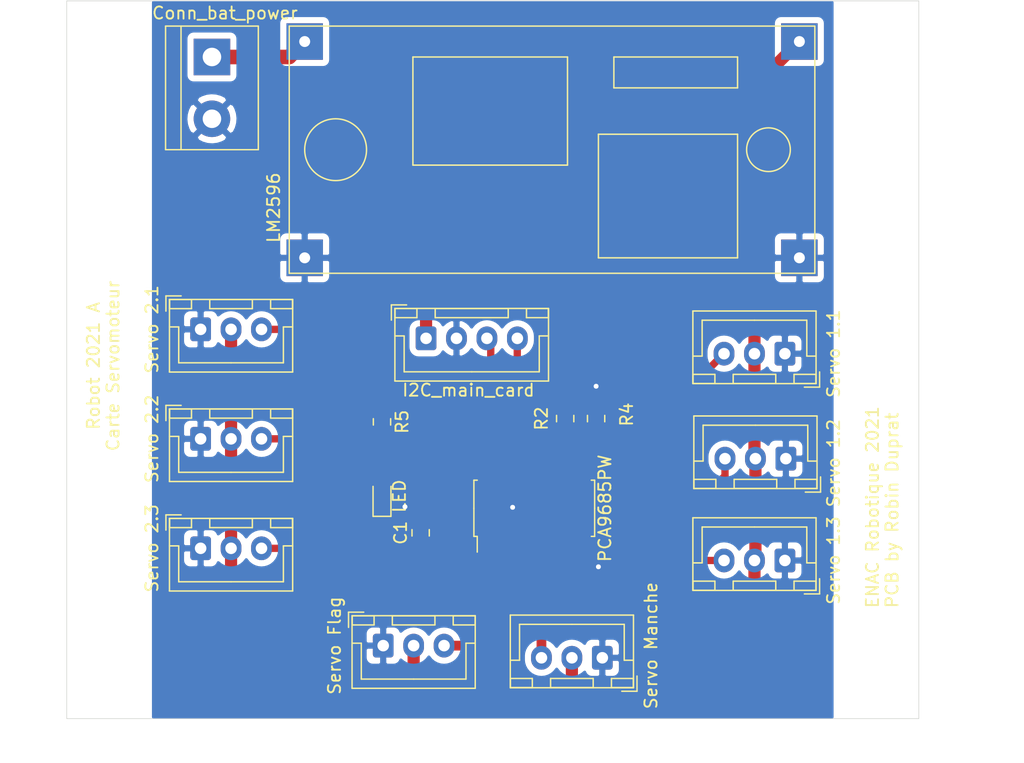
<source format=kicad_pcb>
(kicad_pcb (version 20171130) (host pcbnew 5.1.6+dfsg1-1)

  (general
    (thickness 1.6)
    (drawings 8)
    (tracks 157)
    (zones 0)
    (modules 21)
    (nets 24)
  )

  (page A4)
  (layers
    (0 F.Cu signal)
    (31 B.Cu signal)
    (32 B.Adhes user)
    (33 F.Adhes user)
    (34 B.Paste user)
    (35 F.Paste user)
    (36 B.SilkS user)
    (37 F.SilkS user)
    (38 B.Mask user)
    (39 F.Mask user)
    (40 Dwgs.User user)
    (41 Cmts.User user)
    (42 Eco1.User user)
    (43 Eco2.User user)
    (44 Edge.Cuts user)
    (45 Margin user)
    (46 B.CrtYd user)
    (47 F.CrtYd user)
    (48 B.Fab user)
    (49 F.Fab user)
  )

  (setup
    (last_trace_width 0.4)
    (user_trace_width 0.4)
    (user_trace_width 0.5)
    (user_trace_width 0.6)
    (user_trace_width 0.8)
    (user_trace_width 1)
    (user_trace_width 1.2)
    (trace_clearance 0.2)
    (zone_clearance 0.508)
    (zone_45_only no)
    (trace_min 0.2)
    (via_size 0.8)
    (via_drill 0.4)
    (via_min_size 0.4)
    (via_min_drill 0.3)
    (uvia_size 0.3)
    (uvia_drill 0.1)
    (uvias_allowed no)
    (uvia_min_size 0.2)
    (uvia_min_drill 0.1)
    (edge_width 0.05)
    (segment_width 0.2)
    (pcb_text_width 0.3)
    (pcb_text_size 1.5 1.5)
    (mod_edge_width 0.12)
    (mod_text_size 1 1)
    (mod_text_width 0.15)
    (pad_size 1.524 1.524)
    (pad_drill 0.762)
    (pad_to_mask_clearance 0.05)
    (aux_axis_origin 0 0)
    (visible_elements FFFFFF7F)
    (pcbplotparams
      (layerselection 0x010fc_ffffffff)
      (usegerberextensions false)
      (usegerberattributes true)
      (usegerberadvancedattributes true)
      (creategerberjobfile true)
      (excludeedgelayer true)
      (linewidth 0.100000)
      (plotframeref false)
      (viasonmask false)
      (mode 1)
      (useauxorigin false)
      (hpglpennumber 1)
      (hpglpenspeed 20)
      (hpglpendiameter 15.000000)
      (psnegative false)
      (psa4output false)
      (plotreference true)
      (plotvalue true)
      (plotinvisibletext false)
      (padsonsilk false)
      (subtractmaskfromsilk false)
      (outputformat 1)
      (mirror false)
      (drillshape 1)
      (scaleselection 1)
      (outputdirectory ""))
  )

  (net 0 "")
  (net 1 GND)
  (net 2 +5V)
  (net 3 "Net-(D1-Pad2)")
  (net 4 +12V)
  (net 5 /SCL)
  (net 6 /SDA)
  (net 7 /servo1.1)
  (net 8 /servo1.2)
  (net 9 /servo1.3)
  (net 10 /servoFlag)
  (net 11 /servoManche)
  (net 12 /servo2.1)
  (net 13 /servo2.2)
  (net 14 /servo2.3)
  (net 15 "Net-(R2-Pad2)")
  (net 16 "Net-(U2-Pad22)")
  (net 17 "Net-(U2-Pad21)")
  (net 18 "Net-(U2-Pad20)")
  (net 19 "Net-(U2-Pad19)")
  (net 20 "Net-(U2-Pad18)")
  (net 21 "Net-(U2-Pad17)")
  (net 22 "Net-(U2-Pad16)")
  (net 23 "Net-(U2-Pad15)")

  (net_class Default "This is the default net class."
    (clearance 0.2)
    (trace_width 0.25)
    (via_dia 0.8)
    (via_drill 0.4)
    (uvia_dia 0.3)
    (uvia_drill 0.1)
    (add_net +12V)
    (add_net +5V)
    (add_net /SCL)
    (add_net /SDA)
    (add_net /servo1.1)
    (add_net /servo1.2)
    (add_net /servo1.3)
    (add_net /servo2.1)
    (add_net /servo2.2)
    (add_net /servo2.3)
    (add_net /servoFlag)
    (add_net /servoManche)
    (add_net GND)
    (add_net "Net-(D1-Pad2)")
    (add_net "Net-(R2-Pad2)")
    (add_net "Net-(U2-Pad15)")
    (add_net "Net-(U2-Pad16)")
    (add_net "Net-(U2-Pad17)")
    (add_net "Net-(U2-Pad18)")
    (add_net "Net-(U2-Pad19)")
    (add_net "Net-(U2-Pad20)")
    (add_net "Net-(U2-Pad21)")
    (add_net "Net-(U2-Pad22)")
  )

  (module MountingHole:MountingHole_3.2mm_M3 (layer F.Cu) (tedit 56D1B4CB) (tstamp 604048E1)
    (at 67 54)
    (descr "Mounting Hole 3.2mm, no annular, M3")
    (tags "mounting hole 3.2mm no annular m3")
    (attr virtual)
    (fp_text reference REF** (at 0 -4.2) (layer F.SilkS) hide
      (effects (font (size 1 1) (thickness 0.15)))
    )
    (fp_text value MountingHole_3.2mm_M3 (at 0 4.2) (layer F.Fab)
      (effects (font (size 1 1) (thickness 0.15)))
    )
    (fp_text user %R (at 0.3 0) (layer F.Fab)
      (effects (font (size 1 1) (thickness 0.15)))
    )
    (fp_circle (center 0 0) (end 3.2 0) (layer Cmts.User) (width 0.15))
    (fp_circle (center 0 0) (end 3.45 0) (layer F.CrtYd) (width 0.05))
    (pad 1 np_thru_hole circle (at 0 0) (size 3.2 3.2) (drill 3.2) (layers *.Cu *.Mask))
  )

  (module MountingHole:MountingHole_3.2mm_M3 (layer F.Cu) (tedit 56D1B4CB) (tstamp 604048CB)
    (at 67 105)
    (descr "Mounting Hole 3.2mm, no annular, M3")
    (tags "mounting hole 3.2mm no annular m3")
    (attr virtual)
    (fp_text reference REF** (at 0 -4.2) (layer F.SilkS) hide
      (effects (font (size 1 1) (thickness 0.15)))
    )
    (fp_text value MountingHole_3.2mm_M3 (at 0 4.2) (layer F.Fab)
      (effects (font (size 1 1) (thickness 0.15)))
    )
    (fp_text user %R (at 0.3 0) (layer F.Fab)
      (effects (font (size 1 1) (thickness 0.15)))
    )
    (fp_circle (center 0 0) (end 3.2 0) (layer Cmts.User) (width 0.15))
    (fp_circle (center 0 0) (end 3.45 0) (layer F.CrtYd) (width 0.05))
    (pad 1 np_thru_hole circle (at 0 0) (size 3.2 3.2) (drill 3.2) (layers *.Cu *.Mask))
  )

  (module MountingHole:MountingHole_3.2mm_M3 (layer F.Cu) (tedit 56D1B4CB) (tstamp 604048B5)
    (at 129 105)
    (descr "Mounting Hole 3.2mm, no annular, M3")
    (tags "mounting hole 3.2mm no annular m3")
    (attr virtual)
    (fp_text reference REF** (at 0 -4.2) (layer F.SilkS) hide
      (effects (font (size 1 1) (thickness 0.15)))
    )
    (fp_text value MountingHole_3.2mm_M3 (at 0 4.2) (layer F.Fab)
      (effects (font (size 1 1) (thickness 0.15)))
    )
    (fp_text user %R (at 0.3 0) (layer F.Fab)
      (effects (font (size 1 1) (thickness 0.15)))
    )
    (fp_circle (center 0 0) (end 3.2 0) (layer Cmts.User) (width 0.15))
    (fp_circle (center 0 0) (end 3.45 0) (layer F.CrtYd) (width 0.05))
    (pad 1 np_thru_hole circle (at 0 0) (size 3.2 3.2) (drill 3.2) (layers *.Cu *.Mask))
  )

  (module MountingHole:MountingHole_3.2mm_M3 (layer F.Cu) (tedit 56D1B4CB) (tstamp 6040489F)
    (at 129 54)
    (descr "Mounting Hole 3.2mm, no annular, M3")
    (tags "mounting hole 3.2mm no annular m3")
    (attr virtual)
    (fp_text reference REF** (at 0 -4.2) (layer F.SilkS) hide
      (effects (font (size 1 1) (thickness 0.15)))
    )
    (fp_text value MountingHole_3.2mm_M3 (at 0 4.2) (layer F.Fab)
      (effects (font (size 1 1) (thickness 0.15)))
    )
    (fp_text user %R (at 0.3 0) (layer F.Fab)
      (effects (font (size 1 1) (thickness 0.15)))
    )
    (fp_circle (center 0 0) (end 3.2 0) (layer Cmts.User) (width 0.15))
    (fp_circle (center 0 0) (end 3.45 0) (layer F.CrtYd) (width 0.05))
    (pad 1 np_thru_hole circle (at 0 0) (size 3.2 3.2) (drill 3.2) (layers *.Cu *.Mask))
  )

  (module Connector_JST:JST_XH_B4B-XH-A_1x04_P2.50mm_Vertical (layer F.Cu) (tedit 5C28146C) (tstamp 603D7111)
    (at 92.52 77.74)
    (descr "JST XH series connector, B4B-XH-A (http://www.jst-mfg.com/product/pdf/eng/eXH.pdf), generated with kicad-footprint-generator")
    (tags "connector JST XH vertical")
    (path /603787BC)
    (fp_text reference J2 (at 3.75 -3.55) (layer F.SilkS) hide
      (effects (font (size 1 1) (thickness 0.15)))
    )
    (fp_text value I2C_main_card (at 3.48 4.26 180) (layer F.SilkS)
      (effects (font (size 1 1) (thickness 0.15)))
    )
    (fp_line (start -2.85 -2.75) (end -2.85 -1.5) (layer F.SilkS) (width 0.12))
    (fp_line (start -1.6 -2.75) (end -2.85 -2.75) (layer F.SilkS) (width 0.12))
    (fp_line (start 9.3 2.75) (end 3.75 2.75) (layer F.SilkS) (width 0.12))
    (fp_line (start 9.3 -0.2) (end 9.3 2.75) (layer F.SilkS) (width 0.12))
    (fp_line (start 10.05 -0.2) (end 9.3 -0.2) (layer F.SilkS) (width 0.12))
    (fp_line (start -1.8 2.75) (end 3.75 2.75) (layer F.SilkS) (width 0.12))
    (fp_line (start -1.8 -0.2) (end -1.8 2.75) (layer F.SilkS) (width 0.12))
    (fp_line (start -2.55 -0.2) (end -1.8 -0.2) (layer F.SilkS) (width 0.12))
    (fp_line (start 10.05 -2.45) (end 8.25 -2.45) (layer F.SilkS) (width 0.12))
    (fp_line (start 10.05 -1.7) (end 10.05 -2.45) (layer F.SilkS) (width 0.12))
    (fp_line (start 8.25 -1.7) (end 10.05 -1.7) (layer F.SilkS) (width 0.12))
    (fp_line (start 8.25 -2.45) (end 8.25 -1.7) (layer F.SilkS) (width 0.12))
    (fp_line (start -0.75 -2.45) (end -2.55 -2.45) (layer F.SilkS) (width 0.12))
    (fp_line (start -0.75 -1.7) (end -0.75 -2.45) (layer F.SilkS) (width 0.12))
    (fp_line (start -2.55 -1.7) (end -0.75 -1.7) (layer F.SilkS) (width 0.12))
    (fp_line (start -2.55 -2.45) (end -2.55 -1.7) (layer F.SilkS) (width 0.12))
    (fp_line (start 6.75 -2.45) (end 0.75 -2.45) (layer F.SilkS) (width 0.12))
    (fp_line (start 6.75 -1.7) (end 6.75 -2.45) (layer F.SilkS) (width 0.12))
    (fp_line (start 0.75 -1.7) (end 6.75 -1.7) (layer F.SilkS) (width 0.12))
    (fp_line (start 0.75 -2.45) (end 0.75 -1.7) (layer F.SilkS) (width 0.12))
    (fp_line (start 0 -1.35) (end 0.625 -2.35) (layer F.Fab) (width 0.1))
    (fp_line (start -0.625 -2.35) (end 0 -1.35) (layer F.Fab) (width 0.1))
    (fp_line (start 10.45 -2.85) (end -2.95 -2.85) (layer F.CrtYd) (width 0.05))
    (fp_line (start 10.45 3.9) (end 10.45 -2.85) (layer F.CrtYd) (width 0.05))
    (fp_line (start -2.95 3.9) (end 10.45 3.9) (layer F.CrtYd) (width 0.05))
    (fp_line (start -2.95 -2.85) (end -2.95 3.9) (layer F.CrtYd) (width 0.05))
    (fp_line (start 10.06 -2.46) (end -2.56 -2.46) (layer F.SilkS) (width 0.12))
    (fp_line (start 10.06 3.51) (end 10.06 -2.46) (layer F.SilkS) (width 0.12))
    (fp_line (start -2.56 3.51) (end 10.06 3.51) (layer F.SilkS) (width 0.12))
    (fp_line (start -2.56 -2.46) (end -2.56 3.51) (layer F.SilkS) (width 0.12))
    (fp_line (start 9.95 -2.35) (end -2.45 -2.35) (layer F.Fab) (width 0.1))
    (fp_line (start 9.95 3.4) (end 9.95 -2.35) (layer F.Fab) (width 0.1))
    (fp_line (start -2.45 3.4) (end 9.95 3.4) (layer F.Fab) (width 0.1))
    (fp_line (start -2.45 -2.35) (end -2.45 3.4) (layer F.Fab) (width 0.1))
    (fp_text user %R (at 3.75 2.7) (layer F.Fab) hide
      (effects (font (size 1 1) (thickness 0.15)))
    )
    (pad 4 thru_hole oval (at 7.5 0) (size 1.7 1.95) (drill 0.95) (layers *.Cu *.Mask)
      (net 5 /SCL))
    (pad 3 thru_hole oval (at 5 0) (size 1.7 1.95) (drill 0.95) (layers *.Cu *.Mask)
      (net 6 /SDA))
    (pad 2 thru_hole oval (at 2.5 0) (size 1.7 1.95) (drill 0.95) (layers *.Cu *.Mask)
      (net 1 GND))
    (pad 1 thru_hole roundrect (at 0 0) (size 1.7 1.95) (drill 0.95) (layers *.Cu *.Mask) (roundrect_rratio 0.147059)
      (net 2 +5V))
    (model ${KISYS3DMOD}/Connector_JST.3dshapes/JST_XH_B4B-XH-A_1x04_P2.50mm_Vertical.wrl
      (at (xyz 0 0 0))
      (scale (xyz 1 1 1))
      (rotate (xyz 0 0 0))
    )
  )

  (module Package_SO:TSSOP-28_4.4x9.7mm_P0.65mm (layer F.Cu) (tedit 5E476F32) (tstamp 603D72E6)
    (at 101.41 91.71 90)
    (descr "TSSOP, 28 Pin (JEDEC MO-153 Var AE https://www.jedec.org/document_search?search_api_views_fulltext=MO-153), generated with kicad-footprint-generator ipc_gullwing_generator.py")
    (tags "TSSOP SO")
    (path /60323C75)
    (attr smd)
    (fp_text reference U2 (at 0 -5.8 90) (layer F.SilkS) hide
      (effects (font (size 1 1) (thickness 0.15)))
    )
    (fp_text value PCA9685PW (at 0 5.8 90) (layer F.SilkS)
      (effects (font (size 1 1) (thickness 0.15)))
    )
    (fp_line (start 3.85 -5.1) (end -3.85 -5.1) (layer F.CrtYd) (width 0.05))
    (fp_line (start 3.85 5.1) (end 3.85 -5.1) (layer F.CrtYd) (width 0.05))
    (fp_line (start -3.85 5.1) (end 3.85 5.1) (layer F.CrtYd) (width 0.05))
    (fp_line (start -3.85 -5.1) (end -3.85 5.1) (layer F.CrtYd) (width 0.05))
    (fp_line (start -2.2 -3.85) (end -1.2 -4.85) (layer F.Fab) (width 0.1))
    (fp_line (start -2.2 4.85) (end -2.2 -3.85) (layer F.Fab) (width 0.1))
    (fp_line (start 2.2 4.85) (end -2.2 4.85) (layer F.Fab) (width 0.1))
    (fp_line (start 2.2 -4.85) (end 2.2 4.85) (layer F.Fab) (width 0.1))
    (fp_line (start -1.2 -4.85) (end 2.2 -4.85) (layer F.Fab) (width 0.1))
    (fp_line (start -2.31 -4.685) (end -3.6 -4.685) (layer F.SilkS) (width 0.12))
    (fp_line (start -2.31 -4.96) (end -2.31 -4.685) (layer F.SilkS) (width 0.12))
    (fp_line (start 0 -4.96) (end -2.31 -4.96) (layer F.SilkS) (width 0.12))
    (fp_line (start 2.31 -4.96) (end 2.31 -4.685) (layer F.SilkS) (width 0.12))
    (fp_line (start 0 -4.96) (end 2.31 -4.96) (layer F.SilkS) (width 0.12))
    (fp_line (start -2.31 4.96) (end -2.31 4.685) (layer F.SilkS) (width 0.12))
    (fp_line (start 0 4.96) (end -2.31 4.96) (layer F.SilkS) (width 0.12))
    (fp_line (start 2.31 4.96) (end 2.31 4.685) (layer F.SilkS) (width 0.12))
    (fp_line (start 0 4.96) (end 2.31 4.96) (layer F.SilkS) (width 0.12))
    (fp_text user %R (at 0 0 90) (layer F.Fab) hide
      (effects (font (size 1 1) (thickness 0.15)))
    )
    (pad 28 smd roundrect (at 2.8625 -4.225 90) (size 1.475 0.4) (layers F.Cu F.Paste F.Mask) (roundrect_rratio 0.25)
      (net 2 +5V))
    (pad 27 smd roundrect (at 2.8625 -3.575 90) (size 1.475 0.4) (layers F.Cu F.Paste F.Mask) (roundrect_rratio 0.25)
      (net 6 /SDA))
    (pad 26 smd roundrect (at 2.8625 -2.925 90) (size 1.475 0.4) (layers F.Cu F.Paste F.Mask) (roundrect_rratio 0.25)
      (net 5 /SCL))
    (pad 25 smd roundrect (at 2.8625 -2.275 90) (size 1.475 0.4) (layers F.Cu F.Paste F.Mask) (roundrect_rratio 0.25)
      (net 1 GND))
    (pad 24 smd roundrect (at 2.8625 -1.625 90) (size 1.475 0.4) (layers F.Cu F.Paste F.Mask) (roundrect_rratio 0.25)
      (net 15 "Net-(R2-Pad2)"))
    (pad 23 smd roundrect (at 2.8625 -0.975 90) (size 1.475 0.4) (layers F.Cu F.Paste F.Mask) (roundrect_rratio 0.25)
      (net 1 GND))
    (pad 22 smd roundrect (at 2.8625 -0.325 90) (size 1.475 0.4) (layers F.Cu F.Paste F.Mask) (roundrect_rratio 0.25)
      (net 16 "Net-(U2-Pad22)"))
    (pad 21 smd roundrect (at 2.8625 0.325 90) (size 1.475 0.4) (layers F.Cu F.Paste F.Mask) (roundrect_rratio 0.25)
      (net 17 "Net-(U2-Pad21)"))
    (pad 20 smd roundrect (at 2.8625 0.975 90) (size 1.475 0.4) (layers F.Cu F.Paste F.Mask) (roundrect_rratio 0.25)
      (net 18 "Net-(U2-Pad20)"))
    (pad 19 smd roundrect (at 2.8625 1.625 90) (size 1.475 0.4) (layers F.Cu F.Paste F.Mask) (roundrect_rratio 0.25)
      (net 19 "Net-(U2-Pad19)"))
    (pad 18 smd roundrect (at 2.8625 2.275 90) (size 1.475 0.4) (layers F.Cu F.Paste F.Mask) (roundrect_rratio 0.25)
      (net 20 "Net-(U2-Pad18)"))
    (pad 17 smd roundrect (at 2.8625 2.925 90) (size 1.475 0.4) (layers F.Cu F.Paste F.Mask) (roundrect_rratio 0.25)
      (net 21 "Net-(U2-Pad17)"))
    (pad 16 smd roundrect (at 2.8625 3.575 90) (size 1.475 0.4) (layers F.Cu F.Paste F.Mask) (roundrect_rratio 0.25)
      (net 22 "Net-(U2-Pad16)"))
    (pad 15 smd roundrect (at 2.8625 4.225 90) (size 1.475 0.4) (layers F.Cu F.Paste F.Mask) (roundrect_rratio 0.25)
      (net 23 "Net-(U2-Pad15)"))
    (pad 14 smd roundrect (at -2.8625 4.225 90) (size 1.475 0.4) (layers F.Cu F.Paste F.Mask) (roundrect_rratio 0.25)
      (net 1 GND))
    (pad 13 smd roundrect (at -2.8625 3.575 90) (size 1.475 0.4) (layers F.Cu F.Paste F.Mask) (roundrect_rratio 0.25)
      (net 11 /servoManche))
    (pad 12 smd roundrect (at -2.8625 2.925 90) (size 1.475 0.4) (layers F.Cu F.Paste F.Mask) (roundrect_rratio 0.25)
      (net 10 /servoFlag))
    (pad 11 smd roundrect (at -2.8625 2.275 90) (size 1.475 0.4) (layers F.Cu F.Paste F.Mask) (roundrect_rratio 0.25)
      (net 9 /servo1.3))
    (pad 10 smd roundrect (at -2.8625 1.625 90) (size 1.475 0.4) (layers F.Cu F.Paste F.Mask) (roundrect_rratio 0.25)
      (net 8 /servo1.2))
    (pad 9 smd roundrect (at -2.8625 0.975 90) (size 1.475 0.4) (layers F.Cu F.Paste F.Mask) (roundrect_rratio 0.25)
      (net 7 /servo1.1))
    (pad 8 smd roundrect (at -2.8625 0.325 90) (size 1.475 0.4) (layers F.Cu F.Paste F.Mask) (roundrect_rratio 0.25)
      (net 14 /servo2.3))
    (pad 7 smd roundrect (at -2.8625 -0.325 90) (size 1.475 0.4) (layers F.Cu F.Paste F.Mask) (roundrect_rratio 0.25)
      (net 13 /servo2.2))
    (pad 6 smd roundrect (at -2.8625 -0.975 90) (size 1.475 0.4) (layers F.Cu F.Paste F.Mask) (roundrect_rratio 0.25)
      (net 12 /servo2.1))
    (pad 5 smd roundrect (at -2.8625 -1.625 90) (size 1.475 0.4) (layers F.Cu F.Paste F.Mask) (roundrect_rratio 0.25)
      (net 1 GND))
    (pad 4 smd roundrect (at -2.8625 -2.275 90) (size 1.475 0.4) (layers F.Cu F.Paste F.Mask) (roundrect_rratio 0.25)
      (net 1 GND))
    (pad 3 smd roundrect (at -2.8625 -2.925 90) (size 1.475 0.4) (layers F.Cu F.Paste F.Mask) (roundrect_rratio 0.25)
      (net 2 +5V))
    (pad 2 smd roundrect (at -2.8625 -3.575 90) (size 1.475 0.4) (layers F.Cu F.Paste F.Mask) (roundrect_rratio 0.25)
      (net 1 GND))
    (pad 1 smd roundrect (at -2.8625 -4.225 90) (size 1.475 0.4) (layers F.Cu F.Paste F.Mask) (roundrect_rratio 0.25)
      (net 2 +5V))
    (model ${KISYS3DMOD}/Package_SO.3dshapes/TSSOP-28_4.4x9.7mm_P0.65mm.wrl
      (at (xyz 0 0 0))
      (scale (xyz 1 1 1))
      (rotate (xyz 0 0 0))
    )
  )

  (module myFootprints:LM2596 (layer F.Cu) (tedit 5CAB9494) (tstamp 603D72B3)
    (at 102.87 62.23)
    (path /6032CBBF)
    (fp_text reference U1 (at 0 0.5) (layer F.SilkS) hide
      (effects (font (size 1 1) (thickness 0.15)))
    )
    (fp_text value LM2596 (at -22.87 4.77 90) (layer F.SilkS)
      (effects (font (size 1 1) (thickness 0.15)))
    )
    (fp_line (start -20.32 8.89) (end -20.32 9.525) (layer F.CrtYd) (width 0.12))
    (fp_line (start -22.225 -10.795) (end 22.225 -10.795) (layer F.CrtYd) (width 0.12))
    (fp_line (start -22.225 10.795) (end -22.225 -10.795) (layer F.CrtYd) (width 0.12))
    (fp_line (start 22.225 10.795) (end -22.225 10.795) (layer F.CrtYd) (width 0.12))
    (fp_line (start 22.225 -10.795) (end 22.225 10.795) (layer F.CrtYd) (width 0.12))
    (fp_circle (center -17.78 0) (end -17.78 -2.54) (layer F.SilkS) (width 0.12))
    (fp_circle (center 17.78 0) (end 19.05 -1.27) (layer F.SilkS) (width 0.12))
    (fp_line (start 15.24 -7.62) (end 5.08 -7.62) (layer F.SilkS) (width 0.12))
    (fp_line (start 15.24 -5.08) (end 15.24 -7.62) (layer F.SilkS) (width 0.12))
    (fp_line (start 5.08 -5.08) (end 15.24 -5.08) (layer F.SilkS) (width 0.12))
    (fp_line (start 5.08 -7.62) (end 5.08 -5.08) (layer F.SilkS) (width 0.12))
    (fp_line (start 1.27 -7.62) (end -11.43 -7.62) (layer F.SilkS) (width 0.12))
    (fp_line (start 1.27 1.27) (end 1.27 -7.62) (layer F.SilkS) (width 0.12))
    (fp_line (start -11.43 1.27) (end 1.27 1.27) (layer F.SilkS) (width 0.12))
    (fp_line (start -11.43 -7.62) (end -11.43 1.27) (layer F.SilkS) (width 0.12))
    (fp_line (start 15.24 8.89) (end 3.81 8.89) (layer F.SilkS) (width 0.12))
    (fp_line (start 15.24 -1.27) (end 15.24 8.89) (layer F.SilkS) (width 0.12))
    (fp_line (start 3.81 -1.27) (end 15.24 -1.27) (layer F.SilkS) (width 0.12))
    (fp_line (start 3.81 8.89) (end 3.81 -1.27) (layer F.SilkS) (width 0.12))
    (fp_line (start -21.59 -10.16) (end 21.59 -10.16) (layer F.SilkS) (width 0.12))
    (fp_line (start -21.59 10.16) (end -21.59 -10.16) (layer F.SilkS) (width 0.12))
    (fp_line (start 21.59 10.16) (end -21.59 10.16) (layer F.SilkS) (width 0.12))
    (fp_line (start 21.59 -10.16) (end 21.59 10.16) (layer F.SilkS) (width 0.12))
    (pad 4 thru_hole rect (at 20.32 8.89) (size 3 3) (drill 0.9) (layers *.Cu *.Mask)
      (net 1 GND))
    (pad 2 thru_hole rect (at -20.32 8.89) (size 3 3) (drill 0.9) (layers *.Cu *.Mask)
      (net 1 GND))
    (pad 3 thru_hole rect (at 20.32 -8.89) (size 3 3) (drill 0.9) (layers *.Cu *.Mask)
      (net 2 +5V))
    (pad 1 thru_hole rect (at -20.32 -8.89) (size 3 3) (drill 0.9) (layers *.Cu *.Mask)
      (net 4 +12V))
    (model "${KIPRJMOD}/libs/packages3d/LM2596 DC-DC Buck Converter Module.stp"
      (at (xyz 0 0 0))
      (scale (xyz 1.058 1.05 1))
      (rotate (xyz 0 0 0))
    )
  )

  (module Resistor_SMD:R_0805_2012Metric_Pad1.15x1.40mm_HandSolder (layer F.Cu) (tedit 5B36C52B) (tstamp 603D7294)
    (at 88.9 84.605 270)
    (descr "Resistor SMD 0805 (2012 Metric), square (rectangular) end terminal, IPC_7351 nominal with elongated pad for handsoldering. (Body size source: https://docs.google.com/spreadsheets/d/1BsfQQcO9C6DZCsRaXUlFlo91Tg2WpOkGARC1WS5S8t0/edit?usp=sharing), generated with kicad-footprint-generator")
    (tags "resistor handsolder")
    (path /6032FA18)
    (attr smd)
    (fp_text reference R5 (at 0 -1.65 90) (layer F.SilkS)
      (effects (font (size 1 1) (thickness 0.15)))
    )
    (fp_text value 1k (at 0 1.65 90) (layer F.Fab)
      (effects (font (size 1 1) (thickness 0.15)))
    )
    (fp_line (start 1.85 0.95) (end -1.85 0.95) (layer F.CrtYd) (width 0.05))
    (fp_line (start 1.85 -0.95) (end 1.85 0.95) (layer F.CrtYd) (width 0.05))
    (fp_line (start -1.85 -0.95) (end 1.85 -0.95) (layer F.CrtYd) (width 0.05))
    (fp_line (start -1.85 0.95) (end -1.85 -0.95) (layer F.CrtYd) (width 0.05))
    (fp_line (start -0.261252 0.71) (end 0.261252 0.71) (layer F.SilkS) (width 0.12))
    (fp_line (start -0.261252 -0.71) (end 0.261252 -0.71) (layer F.SilkS) (width 0.12))
    (fp_line (start 1 0.6) (end -1 0.6) (layer F.Fab) (width 0.1))
    (fp_line (start 1 -0.6) (end 1 0.6) (layer F.Fab) (width 0.1))
    (fp_line (start -1 -0.6) (end 1 -0.6) (layer F.Fab) (width 0.1))
    (fp_line (start -1 0.6) (end -1 -0.6) (layer F.Fab) (width 0.1))
    (fp_text user %R (at 0 0 90) (layer F.Fab)
      (effects (font (size 0.5 0.5) (thickness 0.08)))
    )
    (pad 2 smd roundrect (at 1.025 0 270) (size 1.15 1.4) (layers F.Cu F.Paste F.Mask) (roundrect_rratio 0.217391)
      (net 3 "Net-(D1-Pad2)"))
    (pad 1 smd roundrect (at -1.025 0 270) (size 1.15 1.4) (layers F.Cu F.Paste F.Mask) (roundrect_rratio 0.217391)
      (net 2 +5V))
    (model ${KISYS3DMOD}/Resistor_SMD.3dshapes/R_0805_2012Metric.wrl
      (at (xyz 0 0 0))
      (scale (xyz 1 1 1))
      (rotate (xyz 0 0 0))
    )
  )

  (module Resistor_SMD:R_0805_2012Metric_Pad1.15x1.40mm_HandSolder (layer F.Cu) (tedit 5B36C52B) (tstamp 603D7283)
    (at 106.49 84.335 90)
    (descr "Resistor SMD 0805 (2012 Metric), square (rectangular) end terminal, IPC_7351 nominal with elongated pad for handsoldering. (Body size source: https://docs.google.com/spreadsheets/d/1BsfQQcO9C6DZCsRaXUlFlo91Tg2WpOkGARC1WS5S8t0/edit?usp=sharing), generated with kicad-footprint-generator")
    (tags "resistor handsolder")
    (path /603D9BAB)
    (attr smd)
    (fp_text reference R4 (at 0.335 2.51 90) (layer F.SilkS)
      (effects (font (size 1 1) (thickness 0.15)))
    )
    (fp_text value 2.2k (at 0 1.65 90) (layer F.Fab) hide
      (effects (font (size 1 1) (thickness 0.15)))
    )
    (fp_line (start 1.85 0.95) (end -1.85 0.95) (layer F.CrtYd) (width 0.05))
    (fp_line (start 1.85 -0.95) (end 1.85 0.95) (layer F.CrtYd) (width 0.05))
    (fp_line (start -1.85 -0.95) (end 1.85 -0.95) (layer F.CrtYd) (width 0.05))
    (fp_line (start -1.85 0.95) (end -1.85 -0.95) (layer F.CrtYd) (width 0.05))
    (fp_line (start -0.261252 0.71) (end 0.261252 0.71) (layer F.SilkS) (width 0.12))
    (fp_line (start -0.261252 -0.71) (end 0.261252 -0.71) (layer F.SilkS) (width 0.12))
    (fp_line (start 1 0.6) (end -1 0.6) (layer F.Fab) (width 0.1))
    (fp_line (start 1 -0.6) (end 1 0.6) (layer F.Fab) (width 0.1))
    (fp_line (start -1 -0.6) (end 1 -0.6) (layer F.Fab) (width 0.1))
    (fp_line (start -1 0.6) (end -1 -0.6) (layer F.Fab) (width 0.1))
    (fp_text user %R (at 0 0 90) (layer F.Fab)
      (effects (font (size 0.5 0.5) (thickness 0.08)))
    )
    (pad 2 smd roundrect (at 1.025 0 90) (size 1.15 1.4) (layers F.Cu F.Paste F.Mask) (roundrect_rratio 0.217391)
      (net 1 GND))
    (pad 1 smd roundrect (at -1.025 0 90) (size 1.15 1.4) (layers F.Cu F.Paste F.Mask) (roundrect_rratio 0.217391)
      (net 15 "Net-(R2-Pad2)"))
    (model ${KISYS3DMOD}/Resistor_SMD.3dshapes/R_0805_2012Metric.wrl
      (at (xyz 0 0 0))
      (scale (xyz 1 1 1))
      (rotate (xyz 0 0 0))
    )
  )

  (module Resistor_SMD:R_0805_2012Metric_Pad1.15x1.40mm_HandSolder (layer F.Cu) (tedit 5B36C52B) (tstamp 603D7272)
    (at 103.95 84.335 270)
    (descr "Resistor SMD 0805 (2012 Metric), square (rectangular) end terminal, IPC_7351 nominal with elongated pad for handsoldering. (Body size source: https://docs.google.com/spreadsheets/d/1BsfQQcO9C6DZCsRaXUlFlo91Tg2WpOkGARC1WS5S8t0/edit?usp=sharing), generated with kicad-footprint-generator")
    (tags "resistor handsolder")
    (path /603D5E28)
    (attr smd)
    (fp_text reference R2 (at 0 1.95 90) (layer F.SilkS)
      (effects (font (size 1 1) (thickness 0.15)))
    )
    (fp_text value 2.2k (at 0 1.65 90) (layer F.Fab) hide
      (effects (font (size 1 1) (thickness 0.15)))
    )
    (fp_line (start 1.85 0.95) (end -1.85 0.95) (layer F.CrtYd) (width 0.05))
    (fp_line (start 1.85 -0.95) (end 1.85 0.95) (layer F.CrtYd) (width 0.05))
    (fp_line (start -1.85 -0.95) (end 1.85 -0.95) (layer F.CrtYd) (width 0.05))
    (fp_line (start -1.85 0.95) (end -1.85 -0.95) (layer F.CrtYd) (width 0.05))
    (fp_line (start -0.261252 0.71) (end 0.261252 0.71) (layer F.SilkS) (width 0.12))
    (fp_line (start -0.261252 -0.71) (end 0.261252 -0.71) (layer F.SilkS) (width 0.12))
    (fp_line (start 1 0.6) (end -1 0.6) (layer F.Fab) (width 0.1))
    (fp_line (start 1 -0.6) (end 1 0.6) (layer F.Fab) (width 0.1))
    (fp_line (start -1 -0.6) (end 1 -0.6) (layer F.Fab) (width 0.1))
    (fp_line (start -1 0.6) (end -1 -0.6) (layer F.Fab) (width 0.1))
    (fp_text user %R (at 0 0 90) (layer F.Fab)
      (effects (font (size 0.5 0.5) (thickness 0.08)))
    )
    (pad 2 smd roundrect (at 1.025 0 270) (size 1.15 1.4) (layers F.Cu F.Paste F.Mask) (roundrect_rratio 0.217391)
      (net 15 "Net-(R2-Pad2)"))
    (pad 1 smd roundrect (at -1.025 0 270) (size 1.15 1.4) (layers F.Cu F.Paste F.Mask) (roundrect_rratio 0.217391)
      (net 2 +5V))
    (model ${KISYS3DMOD}/Resistor_SMD.3dshapes/R_0805_2012Metric.wrl
      (at (xyz 0 0 0))
      (scale (xyz 1 1 1))
      (rotate (xyz 0 0 0))
    )
  )

  (module Connector_JST:JST_XH_B3B-XH-A_1x03_P2.50mm_Vertical (layer F.Cu) (tedit 5C28146C) (tstamp 603D7261)
    (at 74 95)
    (descr "JST XH series connector, B3B-XH-A (http://www.jst-mfg.com/product/pdf/eng/eXH.pdf), generated with kicad-footprint-generator")
    (tags "connector JST XH vertical")
    (path /6033F645)
    (fp_text reference J10 (at 2.5 -3.55) (layer F.SilkS) hide
      (effects (font (size 1 1) (thickness 0.15)))
    )
    (fp_text value "Servo 2.3" (at -4 0 90) (layer F.SilkS)
      (effects (font (size 1 1) (thickness 0.15)))
    )
    (fp_line (start -2.85 -2.75) (end -2.85 -1.5) (layer F.SilkS) (width 0.12))
    (fp_line (start -1.6 -2.75) (end -2.85 -2.75) (layer F.SilkS) (width 0.12))
    (fp_line (start 6.8 2.75) (end 2.5 2.75) (layer F.SilkS) (width 0.12))
    (fp_line (start 6.8 -0.2) (end 6.8 2.75) (layer F.SilkS) (width 0.12))
    (fp_line (start 7.55 -0.2) (end 6.8 -0.2) (layer F.SilkS) (width 0.12))
    (fp_line (start -1.8 2.75) (end 2.5 2.75) (layer F.SilkS) (width 0.12))
    (fp_line (start -1.8 -0.2) (end -1.8 2.75) (layer F.SilkS) (width 0.12))
    (fp_line (start -2.55 -0.2) (end -1.8 -0.2) (layer F.SilkS) (width 0.12))
    (fp_line (start 7.55 -2.45) (end 5.75 -2.45) (layer F.SilkS) (width 0.12))
    (fp_line (start 7.55 -1.7) (end 7.55 -2.45) (layer F.SilkS) (width 0.12))
    (fp_line (start 5.75 -1.7) (end 7.55 -1.7) (layer F.SilkS) (width 0.12))
    (fp_line (start 5.75 -2.45) (end 5.75 -1.7) (layer F.SilkS) (width 0.12))
    (fp_line (start -0.75 -2.45) (end -2.55 -2.45) (layer F.SilkS) (width 0.12))
    (fp_line (start -0.75 -1.7) (end -0.75 -2.45) (layer F.SilkS) (width 0.12))
    (fp_line (start -2.55 -1.7) (end -0.75 -1.7) (layer F.SilkS) (width 0.12))
    (fp_line (start -2.55 -2.45) (end -2.55 -1.7) (layer F.SilkS) (width 0.12))
    (fp_line (start 4.25 -2.45) (end 0.75 -2.45) (layer F.SilkS) (width 0.12))
    (fp_line (start 4.25 -1.7) (end 4.25 -2.45) (layer F.SilkS) (width 0.12))
    (fp_line (start 0.75 -1.7) (end 4.25 -1.7) (layer F.SilkS) (width 0.12))
    (fp_line (start 0.75 -2.45) (end 0.75 -1.7) (layer F.SilkS) (width 0.12))
    (fp_line (start 0 -1.35) (end 0.625 -2.35) (layer F.Fab) (width 0.1))
    (fp_line (start -0.625 -2.35) (end 0 -1.35) (layer F.Fab) (width 0.1))
    (fp_line (start 7.95 -2.85) (end -2.95 -2.85) (layer F.CrtYd) (width 0.05))
    (fp_line (start 7.95 3.9) (end 7.95 -2.85) (layer F.CrtYd) (width 0.05))
    (fp_line (start -2.95 3.9) (end 7.95 3.9) (layer F.CrtYd) (width 0.05))
    (fp_line (start -2.95 -2.85) (end -2.95 3.9) (layer F.CrtYd) (width 0.05))
    (fp_line (start 7.56 -2.46) (end -2.56 -2.46) (layer F.SilkS) (width 0.12))
    (fp_line (start 7.56 3.51) (end 7.56 -2.46) (layer F.SilkS) (width 0.12))
    (fp_line (start -2.56 3.51) (end 7.56 3.51) (layer F.SilkS) (width 0.12))
    (fp_line (start -2.56 -2.46) (end -2.56 3.51) (layer F.SilkS) (width 0.12))
    (fp_line (start 7.45 -2.35) (end -2.45 -2.35) (layer F.Fab) (width 0.1))
    (fp_line (start 7.45 3.4) (end 7.45 -2.35) (layer F.Fab) (width 0.1))
    (fp_line (start -2.45 3.4) (end 7.45 3.4) (layer F.Fab) (width 0.1))
    (fp_line (start -2.45 -2.35) (end -2.45 3.4) (layer F.Fab) (width 0.1))
    (fp_text user %R (at 2.5 2.7) (layer F.Fab) hide
      (effects (font (size 1 1) (thickness 0.15)))
    )
    (pad 3 thru_hole oval (at 5 0) (size 1.7 1.95) (drill 0.95) (layers *.Cu *.Mask)
      (net 14 /servo2.3))
    (pad 2 thru_hole oval (at 2.5 0) (size 1.7 1.95) (drill 0.95) (layers *.Cu *.Mask)
      (net 2 +5V))
    (pad 1 thru_hole roundrect (at 0 0) (size 1.7 1.95) (drill 0.95) (layers *.Cu *.Mask) (roundrect_rratio 0.147059)
      (net 1 GND))
    (model ${KISYS3DMOD}/Connector_JST.3dshapes/JST_XH_B3B-XH-A_1x03_P2.50mm_Vertical.wrl
      (at (xyz 0 0 0))
      (scale (xyz 1 1 1))
      (rotate (xyz 0 0 0))
    )
  )

  (module Connector_JST:JST_XH_B3B-XH-A_1x03_P2.50mm_Vertical (layer F.Cu) (tedit 5C28146C) (tstamp 603D7237)
    (at 74 86)
    (descr "JST XH series connector, B3B-XH-A (http://www.jst-mfg.com/product/pdf/eng/eXH.pdf), generated with kicad-footprint-generator")
    (tags "connector JST XH vertical")
    (path /60336F6C)
    (fp_text reference J9 (at 2.5 -3.55) (layer F.SilkS) hide
      (effects (font (size 1 1) (thickness 0.15)))
    )
    (fp_text value "Servo 2.2" (at -4 0 90) (layer F.SilkS)
      (effects (font (size 1 1) (thickness 0.15)))
    )
    (fp_line (start -2.85 -2.75) (end -2.85 -1.5) (layer F.SilkS) (width 0.12))
    (fp_line (start -1.6 -2.75) (end -2.85 -2.75) (layer F.SilkS) (width 0.12))
    (fp_line (start 6.8 2.75) (end 2.5 2.75) (layer F.SilkS) (width 0.12))
    (fp_line (start 6.8 -0.2) (end 6.8 2.75) (layer F.SilkS) (width 0.12))
    (fp_line (start 7.55 -0.2) (end 6.8 -0.2) (layer F.SilkS) (width 0.12))
    (fp_line (start -1.8 2.75) (end 2.5 2.75) (layer F.SilkS) (width 0.12))
    (fp_line (start -1.8 -0.2) (end -1.8 2.75) (layer F.SilkS) (width 0.12))
    (fp_line (start -2.55 -0.2) (end -1.8 -0.2) (layer F.SilkS) (width 0.12))
    (fp_line (start 7.55 -2.45) (end 5.75 -2.45) (layer F.SilkS) (width 0.12))
    (fp_line (start 7.55 -1.7) (end 7.55 -2.45) (layer F.SilkS) (width 0.12))
    (fp_line (start 5.75 -1.7) (end 7.55 -1.7) (layer F.SilkS) (width 0.12))
    (fp_line (start 5.75 -2.45) (end 5.75 -1.7) (layer F.SilkS) (width 0.12))
    (fp_line (start -0.75 -2.45) (end -2.55 -2.45) (layer F.SilkS) (width 0.12))
    (fp_line (start -0.75 -1.7) (end -0.75 -2.45) (layer F.SilkS) (width 0.12))
    (fp_line (start -2.55 -1.7) (end -0.75 -1.7) (layer F.SilkS) (width 0.12))
    (fp_line (start -2.55 -2.45) (end -2.55 -1.7) (layer F.SilkS) (width 0.12))
    (fp_line (start 4.25 -2.45) (end 0.75 -2.45) (layer F.SilkS) (width 0.12))
    (fp_line (start 4.25 -1.7) (end 4.25 -2.45) (layer F.SilkS) (width 0.12))
    (fp_line (start 0.75 -1.7) (end 4.25 -1.7) (layer F.SilkS) (width 0.12))
    (fp_line (start 0.75 -2.45) (end 0.75 -1.7) (layer F.SilkS) (width 0.12))
    (fp_line (start 0 -1.35) (end 0.625 -2.35) (layer F.Fab) (width 0.1))
    (fp_line (start -0.625 -2.35) (end 0 -1.35) (layer F.Fab) (width 0.1))
    (fp_line (start 7.95 -2.85) (end -2.95 -2.85) (layer F.CrtYd) (width 0.05))
    (fp_line (start 7.95 3.9) (end 7.95 -2.85) (layer F.CrtYd) (width 0.05))
    (fp_line (start -2.95 3.9) (end 7.95 3.9) (layer F.CrtYd) (width 0.05))
    (fp_line (start -2.95 -2.85) (end -2.95 3.9) (layer F.CrtYd) (width 0.05))
    (fp_line (start 7.56 -2.46) (end -2.56 -2.46) (layer F.SilkS) (width 0.12))
    (fp_line (start 7.56 3.51) (end 7.56 -2.46) (layer F.SilkS) (width 0.12))
    (fp_line (start -2.56 3.51) (end 7.56 3.51) (layer F.SilkS) (width 0.12))
    (fp_line (start -2.56 -2.46) (end -2.56 3.51) (layer F.SilkS) (width 0.12))
    (fp_line (start 7.45 -2.35) (end -2.45 -2.35) (layer F.Fab) (width 0.1))
    (fp_line (start 7.45 3.4) (end 7.45 -2.35) (layer F.Fab) (width 0.1))
    (fp_line (start -2.45 3.4) (end 7.45 3.4) (layer F.Fab) (width 0.1))
    (fp_line (start -2.45 -2.35) (end -2.45 3.4) (layer F.Fab) (width 0.1))
    (fp_text user %R (at 2.5 2.7 180) (layer F.Fab) hide
      (effects (font (size 1 1) (thickness 0.15)))
    )
    (pad 3 thru_hole oval (at 5 0) (size 1.7 1.95) (drill 0.95) (layers *.Cu *.Mask)
      (net 13 /servo2.2))
    (pad 2 thru_hole oval (at 2.5 0) (size 1.7 1.95) (drill 0.95) (layers *.Cu *.Mask)
      (net 2 +5V))
    (pad 1 thru_hole roundrect (at 0 0) (size 1.7 1.95) (drill 0.95) (layers *.Cu *.Mask) (roundrect_rratio 0.147059)
      (net 1 GND))
    (model ${KISYS3DMOD}/Connector_JST.3dshapes/JST_XH_B3B-XH-A_1x03_P2.50mm_Vertical.wrl
      (at (xyz 0 0 0))
      (scale (xyz 1 1 1))
      (rotate (xyz 0 0 0))
    )
  )

  (module Connector_JST:JST_XH_B3B-XH-A_1x03_P2.50mm_Vertical (layer F.Cu) (tedit 5C28146C) (tstamp 603D720D)
    (at 74 77)
    (descr "JST XH series connector, B3B-XH-A (http://www.jst-mfg.com/product/pdf/eng/eXH.pdf), generated with kicad-footprint-generator")
    (tags "connector JST XH vertical")
    (path /60336466)
    (fp_text reference J8 (at 2.5 -3.55) (layer F.SilkS) hide
      (effects (font (size 1 1) (thickness 0.15)))
    )
    (fp_text value "Servo 2.1" (at -4 0 90) (layer F.SilkS)
      (effects (font (size 1 1) (thickness 0.15)))
    )
    (fp_line (start -2.85 -2.75) (end -2.85 -1.5) (layer F.SilkS) (width 0.12))
    (fp_line (start -1.6 -2.75) (end -2.85 -2.75) (layer F.SilkS) (width 0.12))
    (fp_line (start 6.8 2.75) (end 2.5 2.75) (layer F.SilkS) (width 0.12))
    (fp_line (start 6.8 -0.2) (end 6.8 2.75) (layer F.SilkS) (width 0.12))
    (fp_line (start 7.55 -0.2) (end 6.8 -0.2) (layer F.SilkS) (width 0.12))
    (fp_line (start -1.8 2.75) (end 2.5 2.75) (layer F.SilkS) (width 0.12))
    (fp_line (start -1.8 -0.2) (end -1.8 2.75) (layer F.SilkS) (width 0.12))
    (fp_line (start -2.55 -0.2) (end -1.8 -0.2) (layer F.SilkS) (width 0.12))
    (fp_line (start 7.55 -2.45) (end 5.75 -2.45) (layer F.SilkS) (width 0.12))
    (fp_line (start 7.55 -1.7) (end 7.55 -2.45) (layer F.SilkS) (width 0.12))
    (fp_line (start 5.75 -1.7) (end 7.55 -1.7) (layer F.SilkS) (width 0.12))
    (fp_line (start 5.75 -2.45) (end 5.75 -1.7) (layer F.SilkS) (width 0.12))
    (fp_line (start -0.75 -2.45) (end -2.55 -2.45) (layer F.SilkS) (width 0.12))
    (fp_line (start -0.75 -1.7) (end -0.75 -2.45) (layer F.SilkS) (width 0.12))
    (fp_line (start -2.55 -1.7) (end -0.75 -1.7) (layer F.SilkS) (width 0.12))
    (fp_line (start -2.55 -2.45) (end -2.55 -1.7) (layer F.SilkS) (width 0.12))
    (fp_line (start 4.25 -2.45) (end 0.75 -2.45) (layer F.SilkS) (width 0.12))
    (fp_line (start 4.25 -1.7) (end 4.25 -2.45) (layer F.SilkS) (width 0.12))
    (fp_line (start 0.75 -1.7) (end 4.25 -1.7) (layer F.SilkS) (width 0.12))
    (fp_line (start 0.75 -2.45) (end 0.75 -1.7) (layer F.SilkS) (width 0.12))
    (fp_line (start 0 -1.35) (end 0.625 -2.35) (layer F.Fab) (width 0.1))
    (fp_line (start -0.625 -2.35) (end 0 -1.35) (layer F.Fab) (width 0.1))
    (fp_line (start 7.95 -2.85) (end -2.95 -2.85) (layer F.CrtYd) (width 0.05))
    (fp_line (start 7.95 3.9) (end 7.95 -2.85) (layer F.CrtYd) (width 0.05))
    (fp_line (start -2.95 3.9) (end 7.95 3.9) (layer F.CrtYd) (width 0.05))
    (fp_line (start -2.95 -2.85) (end -2.95 3.9) (layer F.CrtYd) (width 0.05))
    (fp_line (start 7.56 -2.46) (end -2.56 -2.46) (layer F.SilkS) (width 0.12))
    (fp_line (start 7.56 3.51) (end 7.56 -2.46) (layer F.SilkS) (width 0.12))
    (fp_line (start -2.56 3.51) (end 7.56 3.51) (layer F.SilkS) (width 0.12))
    (fp_line (start -2.56 -2.46) (end -2.56 3.51) (layer F.SilkS) (width 0.12))
    (fp_line (start 7.45 -2.35) (end -2.45 -2.35) (layer F.Fab) (width 0.1))
    (fp_line (start 7.45 3.4) (end 7.45 -2.35) (layer F.Fab) (width 0.1))
    (fp_line (start -2.45 3.4) (end 7.45 3.4) (layer F.Fab) (width 0.1))
    (fp_line (start -2.45 -2.35) (end -2.45 3.4) (layer F.Fab) (width 0.1))
    (fp_text user %R (at 2.5 2.7) (layer F.Fab) hide
      (effects (font (size 1 1) (thickness 0.15)))
    )
    (pad 3 thru_hole oval (at 5 0) (size 1.7 1.95) (drill 0.95) (layers *.Cu *.Mask)
      (net 12 /servo2.1))
    (pad 2 thru_hole oval (at 2.5 0) (size 1.7 1.95) (drill 0.95) (layers *.Cu *.Mask)
      (net 2 +5V))
    (pad 1 thru_hole roundrect (at 0 0) (size 1.7 1.95) (drill 0.95) (layers *.Cu *.Mask) (roundrect_rratio 0.147059)
      (net 1 GND))
    (model ${KISYS3DMOD}/Connector_JST.3dshapes/JST_XH_B3B-XH-A_1x03_P2.50mm_Vertical.wrl
      (at (xyz 0 0 0))
      (scale (xyz 1 1 1))
      (rotate (xyz 0 0 0))
    )
  )

  (module Connector_JST:JST_XH_B3B-XH-A_1x03_P2.50mm_Vertical (layer F.Cu) (tedit 5C28146C) (tstamp 603D71E3)
    (at 107 104 180)
    (descr "JST XH series connector, B3B-XH-A (http://www.jst-mfg.com/product/pdf/eng/eXH.pdf), generated with kicad-footprint-generator")
    (tags "connector JST XH vertical")
    (path /603447ED)
    (fp_text reference J7 (at 2.5 -3.55) (layer F.SilkS) hide
      (effects (font (size 1 1) (thickness 0.15)))
    )
    (fp_text value "Servo Manche" (at -4 1 90) (layer F.SilkS)
      (effects (font (size 1 1) (thickness 0.15)))
    )
    (fp_line (start -2.85 -2.75) (end -2.85 -1.5) (layer F.SilkS) (width 0.12))
    (fp_line (start -1.6 -2.75) (end -2.85 -2.75) (layer F.SilkS) (width 0.12))
    (fp_line (start 6.8 2.75) (end 2.5 2.75) (layer F.SilkS) (width 0.12))
    (fp_line (start 6.8 -0.2) (end 6.8 2.75) (layer F.SilkS) (width 0.12))
    (fp_line (start 7.55 -0.2) (end 6.8 -0.2) (layer F.SilkS) (width 0.12))
    (fp_line (start -1.8 2.75) (end 2.5 2.75) (layer F.SilkS) (width 0.12))
    (fp_line (start -1.8 -0.2) (end -1.8 2.75) (layer F.SilkS) (width 0.12))
    (fp_line (start -2.55 -0.2) (end -1.8 -0.2) (layer F.SilkS) (width 0.12))
    (fp_line (start 7.55 -2.45) (end 5.75 -2.45) (layer F.SilkS) (width 0.12))
    (fp_line (start 7.55 -1.7) (end 7.55 -2.45) (layer F.SilkS) (width 0.12))
    (fp_line (start 5.75 -1.7) (end 7.55 -1.7) (layer F.SilkS) (width 0.12))
    (fp_line (start 5.75 -2.45) (end 5.75 -1.7) (layer F.SilkS) (width 0.12))
    (fp_line (start -0.75 -2.45) (end -2.55 -2.45) (layer F.SilkS) (width 0.12))
    (fp_line (start -0.75 -1.7) (end -0.75 -2.45) (layer F.SilkS) (width 0.12))
    (fp_line (start -2.55 -1.7) (end -0.75 -1.7) (layer F.SilkS) (width 0.12))
    (fp_line (start -2.55 -2.45) (end -2.55 -1.7) (layer F.SilkS) (width 0.12))
    (fp_line (start 4.25 -2.45) (end 0.75 -2.45) (layer F.SilkS) (width 0.12))
    (fp_line (start 4.25 -1.7) (end 4.25 -2.45) (layer F.SilkS) (width 0.12))
    (fp_line (start 0.75 -1.7) (end 4.25 -1.7) (layer F.SilkS) (width 0.12))
    (fp_line (start 0.75 -2.45) (end 0.75 -1.7) (layer F.SilkS) (width 0.12))
    (fp_line (start 0 -1.35) (end 0.625 -2.35) (layer F.Fab) (width 0.1))
    (fp_line (start -0.625 -2.35) (end 0 -1.35) (layer F.Fab) (width 0.1))
    (fp_line (start 7.95 -2.85) (end -2.95 -2.85) (layer F.CrtYd) (width 0.05))
    (fp_line (start 7.95 3.9) (end 7.95 -2.85) (layer F.CrtYd) (width 0.05))
    (fp_line (start -2.95 3.9) (end 7.95 3.9) (layer F.CrtYd) (width 0.05))
    (fp_line (start -2.95 -2.85) (end -2.95 3.9) (layer F.CrtYd) (width 0.05))
    (fp_line (start 7.56 -2.46) (end -2.56 -2.46) (layer F.SilkS) (width 0.12))
    (fp_line (start 7.56 3.51) (end 7.56 -2.46) (layer F.SilkS) (width 0.12))
    (fp_line (start -2.56 3.51) (end 7.56 3.51) (layer F.SilkS) (width 0.12))
    (fp_line (start -2.56 -2.46) (end -2.56 3.51) (layer F.SilkS) (width 0.12))
    (fp_line (start 7.45 -2.35) (end -2.45 -2.35) (layer F.Fab) (width 0.1))
    (fp_line (start 7.45 3.4) (end 7.45 -2.35) (layer F.Fab) (width 0.1))
    (fp_line (start -2.45 3.4) (end 7.45 3.4) (layer F.Fab) (width 0.1))
    (fp_line (start -2.45 -2.35) (end -2.45 3.4) (layer F.Fab) (width 0.1))
    (fp_text user %R (at 2.5 2.7) (layer F.Fab) hide
      (effects (font (size 1 1) (thickness 0.15)))
    )
    (pad 3 thru_hole oval (at 5 0 180) (size 1.7 1.95) (drill 0.95) (layers *.Cu *.Mask)
      (net 11 /servoManche))
    (pad 2 thru_hole oval (at 2.5 0 180) (size 1.7 1.95) (drill 0.95) (layers *.Cu *.Mask)
      (net 2 +5V))
    (pad 1 thru_hole roundrect (at 0 0 180) (size 1.7 1.95) (drill 0.95) (layers *.Cu *.Mask) (roundrect_rratio 0.147059)
      (net 1 GND))
    (model ${KISYS3DMOD}/Connector_JST.3dshapes/JST_XH_B3B-XH-A_1x03_P2.50mm_Vertical.wrl
      (at (xyz 0 0 0))
      (scale (xyz 1 1 1))
      (rotate (xyz 0 0 0))
    )
  )

  (module Connector_JST:JST_XH_B3B-XH-A_1x03_P2.50mm_Vertical (layer F.Cu) (tedit 5C28146C) (tstamp 603D71B9)
    (at 89 103)
    (descr "JST XH series connector, B3B-XH-A (http://www.jst-mfg.com/product/pdf/eng/eXH.pdf), generated with kicad-footprint-generator")
    (tags "connector JST XH vertical")
    (path /60344194)
    (fp_text reference J6 (at 2.5 -3.55) (layer F.SilkS) hide
      (effects (font (size 1 1) (thickness 0.15)))
    )
    (fp_text value "Servo Flag" (at -4 0 90) (layer F.SilkS)
      (effects (font (size 1 1) (thickness 0.15)))
    )
    (fp_line (start -2.85 -2.75) (end -2.85 -1.5) (layer F.SilkS) (width 0.12))
    (fp_line (start -1.6 -2.75) (end -2.85 -2.75) (layer F.SilkS) (width 0.12))
    (fp_line (start 6.8 2.75) (end 2.5 2.75) (layer F.SilkS) (width 0.12))
    (fp_line (start 6.8 -0.2) (end 6.8 2.75) (layer F.SilkS) (width 0.12))
    (fp_line (start 7.55 -0.2) (end 6.8 -0.2) (layer F.SilkS) (width 0.12))
    (fp_line (start -1.8 2.75) (end 2.5 2.75) (layer F.SilkS) (width 0.12))
    (fp_line (start -1.8 -0.2) (end -1.8 2.75) (layer F.SilkS) (width 0.12))
    (fp_line (start -2.55 -0.2) (end -1.8 -0.2) (layer F.SilkS) (width 0.12))
    (fp_line (start 7.55 -2.45) (end 5.75 -2.45) (layer F.SilkS) (width 0.12))
    (fp_line (start 7.55 -1.7) (end 7.55 -2.45) (layer F.SilkS) (width 0.12))
    (fp_line (start 5.75 -1.7) (end 7.55 -1.7) (layer F.SilkS) (width 0.12))
    (fp_line (start 5.75 -2.45) (end 5.75 -1.7) (layer F.SilkS) (width 0.12))
    (fp_line (start -0.75 -2.45) (end -2.55 -2.45) (layer F.SilkS) (width 0.12))
    (fp_line (start -0.75 -1.7) (end -0.75 -2.45) (layer F.SilkS) (width 0.12))
    (fp_line (start -2.55 -1.7) (end -0.75 -1.7) (layer F.SilkS) (width 0.12))
    (fp_line (start -2.55 -2.45) (end -2.55 -1.7) (layer F.SilkS) (width 0.12))
    (fp_line (start 4.25 -2.45) (end 0.75 -2.45) (layer F.SilkS) (width 0.12))
    (fp_line (start 4.25 -1.7) (end 4.25 -2.45) (layer F.SilkS) (width 0.12))
    (fp_line (start 0.75 -1.7) (end 4.25 -1.7) (layer F.SilkS) (width 0.12))
    (fp_line (start 0.75 -2.45) (end 0.75 -1.7) (layer F.SilkS) (width 0.12))
    (fp_line (start 0 -1.35) (end 0.625 -2.35) (layer F.Fab) (width 0.1))
    (fp_line (start -0.625 -2.35) (end 0 -1.35) (layer F.Fab) (width 0.1))
    (fp_line (start 7.95 -2.85) (end -2.95 -2.85) (layer F.CrtYd) (width 0.05))
    (fp_line (start 7.95 3.9) (end 7.95 -2.85) (layer F.CrtYd) (width 0.05))
    (fp_line (start -2.95 3.9) (end 7.95 3.9) (layer F.CrtYd) (width 0.05))
    (fp_line (start -2.95 -2.85) (end -2.95 3.9) (layer F.CrtYd) (width 0.05))
    (fp_line (start 7.56 -2.46) (end -2.56 -2.46) (layer F.SilkS) (width 0.12))
    (fp_line (start 7.56 3.51) (end 7.56 -2.46) (layer F.SilkS) (width 0.12))
    (fp_line (start -2.56 3.51) (end 7.56 3.51) (layer F.SilkS) (width 0.12))
    (fp_line (start -2.56 -2.46) (end -2.56 3.51) (layer F.SilkS) (width 0.12))
    (fp_line (start 7.45 -2.35) (end -2.45 -2.35) (layer F.Fab) (width 0.1))
    (fp_line (start 7.45 3.4) (end 7.45 -2.35) (layer F.Fab) (width 0.1))
    (fp_line (start -2.45 3.4) (end 7.45 3.4) (layer F.Fab) (width 0.1))
    (fp_line (start -2.45 -2.35) (end -2.45 3.4) (layer F.Fab) (width 0.1))
    (fp_text user %R (at 2.5 2.7) (layer F.Fab) hide
      (effects (font (size 1 1) (thickness 0.15)))
    )
    (pad 3 thru_hole oval (at 5 0) (size 1.7 1.95) (drill 0.95) (layers *.Cu *.Mask)
      (net 10 /servoFlag))
    (pad 2 thru_hole oval (at 2.5 0) (size 1.7 1.95) (drill 0.95) (layers *.Cu *.Mask)
      (net 2 +5V))
    (pad 1 thru_hole roundrect (at 0 0) (size 1.7 1.95) (drill 0.95) (layers *.Cu *.Mask) (roundrect_rratio 0.147059)
      (net 1 GND))
    (model ${KISYS3DMOD}/Connector_JST.3dshapes/JST_XH_B3B-XH-A_1x03_P2.50mm_Vertical.wrl
      (at (xyz 0 0 0))
      (scale (xyz 1 1 1))
      (rotate (xyz 0 0 0))
    )
  )

  (module Connector_JST:JST_XH_B3B-XH-A_1x03_P2.50mm_Vertical (layer F.Cu) (tedit 5C28146C) (tstamp 603D718F)
    (at 122 96 180)
    (descr "JST XH series connector, B3B-XH-A (http://www.jst-mfg.com/product/pdf/eng/eXH.pdf), generated with kicad-footprint-generator")
    (tags "connector JST XH vertical")
    (path /60335EC9)
    (fp_text reference J5 (at 2.5 -3.55) (layer F.SilkS) hide
      (effects (font (size 1 1) (thickness 0.15)))
    )
    (fp_text value "Servo 1.3" (at -4 0 90) (layer F.SilkS)
      (effects (font (size 1 1) (thickness 0.15)))
    )
    (fp_line (start -2.85 -2.75) (end -2.85 -1.5) (layer F.SilkS) (width 0.12))
    (fp_line (start -1.6 -2.75) (end -2.85 -2.75) (layer F.SilkS) (width 0.12))
    (fp_line (start 6.8 2.75) (end 2.5 2.75) (layer F.SilkS) (width 0.12))
    (fp_line (start 6.8 -0.2) (end 6.8 2.75) (layer F.SilkS) (width 0.12))
    (fp_line (start 7.55 -0.2) (end 6.8 -0.2) (layer F.SilkS) (width 0.12))
    (fp_line (start -1.8 2.75) (end 2.5 2.75) (layer F.SilkS) (width 0.12))
    (fp_line (start -1.8 -0.2) (end -1.8 2.75) (layer F.SilkS) (width 0.12))
    (fp_line (start -2.55 -0.2) (end -1.8 -0.2) (layer F.SilkS) (width 0.12))
    (fp_line (start 7.55 -2.45) (end 5.75 -2.45) (layer F.SilkS) (width 0.12))
    (fp_line (start 7.55 -1.7) (end 7.55 -2.45) (layer F.SilkS) (width 0.12))
    (fp_line (start 5.75 -1.7) (end 7.55 -1.7) (layer F.SilkS) (width 0.12))
    (fp_line (start 5.75 -2.45) (end 5.75 -1.7) (layer F.SilkS) (width 0.12))
    (fp_line (start -0.75 -2.45) (end -2.55 -2.45) (layer F.SilkS) (width 0.12))
    (fp_line (start -0.75 -1.7) (end -0.75 -2.45) (layer F.SilkS) (width 0.12))
    (fp_line (start -2.55 -1.7) (end -0.75 -1.7) (layer F.SilkS) (width 0.12))
    (fp_line (start -2.55 -2.45) (end -2.55 -1.7) (layer F.SilkS) (width 0.12))
    (fp_line (start 4.25 -2.45) (end 0.75 -2.45) (layer F.SilkS) (width 0.12))
    (fp_line (start 4.25 -1.7) (end 4.25 -2.45) (layer F.SilkS) (width 0.12))
    (fp_line (start 0.75 -1.7) (end 4.25 -1.7) (layer F.SilkS) (width 0.12))
    (fp_line (start 0.75 -2.45) (end 0.75 -1.7) (layer F.SilkS) (width 0.12))
    (fp_line (start 0 -1.35) (end 0.625 -2.35) (layer F.Fab) (width 0.1))
    (fp_line (start -0.625 -2.35) (end 0 -1.35) (layer F.Fab) (width 0.1))
    (fp_line (start 7.95 -2.85) (end -2.95 -2.85) (layer F.CrtYd) (width 0.05))
    (fp_line (start 7.95 3.9) (end 7.95 -2.85) (layer F.CrtYd) (width 0.05))
    (fp_line (start -2.95 3.9) (end 7.95 3.9) (layer F.CrtYd) (width 0.05))
    (fp_line (start -2.95 -2.85) (end -2.95 3.9) (layer F.CrtYd) (width 0.05))
    (fp_line (start 7.56 -2.46) (end -2.56 -2.46) (layer F.SilkS) (width 0.12))
    (fp_line (start 7.56 3.51) (end 7.56 -2.46) (layer F.SilkS) (width 0.12))
    (fp_line (start -2.56 3.51) (end 7.56 3.51) (layer F.SilkS) (width 0.12))
    (fp_line (start -2.56 -2.46) (end -2.56 3.51) (layer F.SilkS) (width 0.12))
    (fp_line (start 7.45 -2.35) (end -2.45 -2.35) (layer F.Fab) (width 0.1))
    (fp_line (start 7.45 3.4) (end 7.45 -2.35) (layer F.Fab) (width 0.1))
    (fp_line (start -2.45 3.4) (end 7.45 3.4) (layer F.Fab) (width 0.1))
    (fp_line (start -2.45 -2.35) (end -2.45 3.4) (layer F.Fab) (width 0.1))
    (fp_text user %R (at 2.5 2.7) (layer F.Fab) hide
      (effects (font (size 1 1) (thickness 0.15)))
    )
    (pad 3 thru_hole oval (at 5 0 180) (size 1.7 1.95) (drill 0.95) (layers *.Cu *.Mask)
      (net 9 /servo1.3))
    (pad 2 thru_hole oval (at 2.5 0 180) (size 1.7 1.95) (drill 0.95) (layers *.Cu *.Mask)
      (net 2 +5V))
    (pad 1 thru_hole roundrect (at 0 0 180) (size 1.7 1.95) (drill 0.95) (layers *.Cu *.Mask) (roundrect_rratio 0.147059)
      (net 1 GND))
    (model ${KISYS3DMOD}/Connector_JST.3dshapes/JST_XH_B3B-XH-A_1x03_P2.50mm_Vertical.wrl
      (at (xyz 0 0 0))
      (scale (xyz 1 1 1))
      (rotate (xyz 0 0 0))
    )
  )

  (module Connector_JST:JST_XH_B3B-XH-A_1x03_P2.50mm_Vertical (layer F.Cu) (tedit 5C28146C) (tstamp 603D7165)
    (at 122.079 87.63 180)
    (descr "JST XH series connector, B3B-XH-A (http://www.jst-mfg.com/product/pdf/eng/eXH.pdf), generated with kicad-footprint-generator")
    (tags "connector JST XH vertical")
    (path /603356DD)
    (fp_text reference J4 (at 2.5 -3.55) (layer F.SilkS) hide
      (effects (font (size 1 1) (thickness 0.15)))
    )
    (fp_text value "Servo 1.2" (at -3.921 -0.37 90) (layer F.SilkS)
      (effects (font (size 1 1) (thickness 0.15)))
    )
    (fp_line (start -2.85 -2.75) (end -2.85 -1.5) (layer F.SilkS) (width 0.12))
    (fp_line (start -1.6 -2.75) (end -2.85 -2.75) (layer F.SilkS) (width 0.12))
    (fp_line (start 6.8 2.75) (end 2.5 2.75) (layer F.SilkS) (width 0.12))
    (fp_line (start 6.8 -0.2) (end 6.8 2.75) (layer F.SilkS) (width 0.12))
    (fp_line (start 7.55 -0.2) (end 6.8 -0.2) (layer F.SilkS) (width 0.12))
    (fp_line (start -1.8 2.75) (end 2.5 2.75) (layer F.SilkS) (width 0.12))
    (fp_line (start -1.8 -0.2) (end -1.8 2.75) (layer F.SilkS) (width 0.12))
    (fp_line (start -2.55 -0.2) (end -1.8 -0.2) (layer F.SilkS) (width 0.12))
    (fp_line (start 7.55 -2.45) (end 5.75 -2.45) (layer F.SilkS) (width 0.12))
    (fp_line (start 7.55 -1.7) (end 7.55 -2.45) (layer F.SilkS) (width 0.12))
    (fp_line (start 5.75 -1.7) (end 7.55 -1.7) (layer F.SilkS) (width 0.12))
    (fp_line (start 5.75 -2.45) (end 5.75 -1.7) (layer F.SilkS) (width 0.12))
    (fp_line (start -0.75 -2.45) (end -2.55 -2.45) (layer F.SilkS) (width 0.12))
    (fp_line (start -0.75 -1.7) (end -0.75 -2.45) (layer F.SilkS) (width 0.12))
    (fp_line (start -2.55 -1.7) (end -0.75 -1.7) (layer F.SilkS) (width 0.12))
    (fp_line (start -2.55 -2.45) (end -2.55 -1.7) (layer F.SilkS) (width 0.12))
    (fp_line (start 4.25 -2.45) (end 0.75 -2.45) (layer F.SilkS) (width 0.12))
    (fp_line (start 4.25 -1.7) (end 4.25 -2.45) (layer F.SilkS) (width 0.12))
    (fp_line (start 0.75 -1.7) (end 4.25 -1.7) (layer F.SilkS) (width 0.12))
    (fp_line (start 0.75 -2.45) (end 0.75 -1.7) (layer F.SilkS) (width 0.12))
    (fp_line (start 0 -1.35) (end 0.625 -2.35) (layer F.Fab) (width 0.1))
    (fp_line (start -0.625 -2.35) (end 0 -1.35) (layer F.Fab) (width 0.1))
    (fp_line (start 7.95 -2.85) (end -2.95 -2.85) (layer F.CrtYd) (width 0.05))
    (fp_line (start 7.95 3.9) (end 7.95 -2.85) (layer F.CrtYd) (width 0.05))
    (fp_line (start -2.95 3.9) (end 7.95 3.9) (layer F.CrtYd) (width 0.05))
    (fp_line (start -2.95 -2.85) (end -2.95 3.9) (layer F.CrtYd) (width 0.05))
    (fp_line (start 7.56 -2.46) (end -2.56 -2.46) (layer F.SilkS) (width 0.12))
    (fp_line (start 7.56 3.51) (end 7.56 -2.46) (layer F.SilkS) (width 0.12))
    (fp_line (start -2.56 3.51) (end 7.56 3.51) (layer F.SilkS) (width 0.12))
    (fp_line (start -2.56 -2.46) (end -2.56 3.51) (layer F.SilkS) (width 0.12))
    (fp_line (start 7.45 -2.35) (end -2.45 -2.35) (layer F.Fab) (width 0.1))
    (fp_line (start 7.45 3.4) (end 7.45 -2.35) (layer F.Fab) (width 0.1))
    (fp_line (start -2.45 3.4) (end 7.45 3.4) (layer F.Fab) (width 0.1))
    (fp_line (start -2.45 -2.35) (end -2.45 3.4) (layer F.Fab) (width 0.1))
    (fp_text user %R (at 2.5 2.7) (layer F.Fab) hide
      (effects (font (size 1 1) (thickness 0.15)))
    )
    (pad 3 thru_hole oval (at 5 0 180) (size 1.7 1.95) (drill 0.95) (layers *.Cu *.Mask)
      (net 8 /servo1.2))
    (pad 2 thru_hole oval (at 2.5 0 180) (size 1.7 1.95) (drill 0.95) (layers *.Cu *.Mask)
      (net 2 +5V))
    (pad 1 thru_hole roundrect (at 0 0 180) (size 1.7 1.95) (drill 0.95) (layers *.Cu *.Mask) (roundrect_rratio 0.147059)
      (net 1 GND))
    (model ${KISYS3DMOD}/Connector_JST.3dshapes/JST_XH_B3B-XH-A_1x03_P2.50mm_Vertical.wrl
      (at (xyz 0 0 0))
      (scale (xyz 1 1 1))
      (rotate (xyz 0 0 0))
    )
  )

  (module Connector_JST:JST_XH_B3B-XH-A_1x03_P2.50mm_Vertical (layer F.Cu) (tedit 5C28146C) (tstamp 603D713B)
    (at 122 79 180)
    (descr "JST XH series connector, B3B-XH-A (http://www.jst-mfg.com/product/pdf/eng/eXH.pdf), generated with kicad-footprint-generator")
    (tags "connector JST XH vertical")
    (path /6033095D)
    (fp_text reference J3 (at 2.5 -3.55) (layer F.SilkS) hide
      (effects (font (size 1 1) (thickness 0.15)))
    )
    (fp_text value "Servo 1.1" (at -4 0 270) (layer F.SilkS)
      (effects (font (size 1 1) (thickness 0.15)))
    )
    (fp_line (start -2.85 -2.75) (end -2.85 -1.5) (layer F.SilkS) (width 0.12))
    (fp_line (start -1.6 -2.75) (end -2.85 -2.75) (layer F.SilkS) (width 0.12))
    (fp_line (start 6.8 2.75) (end 2.5 2.75) (layer F.SilkS) (width 0.12))
    (fp_line (start 6.8 -0.2) (end 6.8 2.75) (layer F.SilkS) (width 0.12))
    (fp_line (start 7.55 -0.2) (end 6.8 -0.2) (layer F.SilkS) (width 0.12))
    (fp_line (start -1.8 2.75) (end 2.5 2.75) (layer F.SilkS) (width 0.12))
    (fp_line (start -1.8 -0.2) (end -1.8 2.75) (layer F.SilkS) (width 0.12))
    (fp_line (start -2.55 -0.2) (end -1.8 -0.2) (layer F.SilkS) (width 0.12))
    (fp_line (start 7.55 -2.45) (end 5.75 -2.45) (layer F.SilkS) (width 0.12))
    (fp_line (start 7.55 -1.7) (end 7.55 -2.45) (layer F.SilkS) (width 0.12))
    (fp_line (start 5.75 -1.7) (end 7.55 -1.7) (layer F.SilkS) (width 0.12))
    (fp_line (start 5.75 -2.45) (end 5.75 -1.7) (layer F.SilkS) (width 0.12))
    (fp_line (start -0.75 -2.45) (end -2.55 -2.45) (layer F.SilkS) (width 0.12))
    (fp_line (start -0.75 -1.7) (end -0.75 -2.45) (layer F.SilkS) (width 0.12))
    (fp_line (start -2.55 -1.7) (end -0.75 -1.7) (layer F.SilkS) (width 0.12))
    (fp_line (start -2.55 -2.45) (end -2.55 -1.7) (layer F.SilkS) (width 0.12))
    (fp_line (start 4.25 -2.45) (end 0.75 -2.45) (layer F.SilkS) (width 0.12))
    (fp_line (start 4.25 -1.7) (end 4.25 -2.45) (layer F.SilkS) (width 0.12))
    (fp_line (start 0.75 -1.7) (end 4.25 -1.7) (layer F.SilkS) (width 0.12))
    (fp_line (start 0.75 -2.45) (end 0.75 -1.7) (layer F.SilkS) (width 0.12))
    (fp_line (start 0 -1.35) (end 0.625 -2.35) (layer F.Fab) (width 0.1))
    (fp_line (start -0.625 -2.35) (end 0 -1.35) (layer F.Fab) (width 0.1))
    (fp_line (start 7.95 -2.85) (end -2.95 -2.85) (layer F.CrtYd) (width 0.05))
    (fp_line (start 7.95 3.9) (end 7.95 -2.85) (layer F.CrtYd) (width 0.05))
    (fp_line (start -2.95 3.9) (end 7.95 3.9) (layer F.CrtYd) (width 0.05))
    (fp_line (start -2.95 -2.85) (end -2.95 3.9) (layer F.CrtYd) (width 0.05))
    (fp_line (start 7.56 -2.46) (end -2.56 -2.46) (layer F.SilkS) (width 0.12))
    (fp_line (start 7.56 3.51) (end 7.56 -2.46) (layer F.SilkS) (width 0.12))
    (fp_line (start -2.56 3.51) (end 7.56 3.51) (layer F.SilkS) (width 0.12))
    (fp_line (start -2.56 -2.46) (end -2.56 3.51) (layer F.SilkS) (width 0.12))
    (fp_line (start 7.45 -2.35) (end -2.45 -2.35) (layer F.Fab) (width 0.1))
    (fp_line (start 7.45 3.4) (end 7.45 -2.35) (layer F.Fab) (width 0.1))
    (fp_line (start -2.45 3.4) (end 7.45 3.4) (layer F.Fab) (width 0.1))
    (fp_line (start -2.45 -2.35) (end -2.45 3.4) (layer F.Fab) (width 0.1))
    (fp_text user %R (at 2.5 2.7) (layer F.Fab) hide
      (effects (font (size 1 1) (thickness 0.15)))
    )
    (pad 3 thru_hole oval (at 5 0 180) (size 1.7 1.95) (drill 0.95) (layers *.Cu *.Mask)
      (net 7 /servo1.1))
    (pad 2 thru_hole oval (at 2.5 0 180) (size 1.7 1.95) (drill 0.95) (layers *.Cu *.Mask)
      (net 2 +5V))
    (pad 1 thru_hole roundrect (at 0 0 180) (size 1.7 1.95) (drill 0.95) (layers *.Cu *.Mask) (roundrect_rratio 0.147059)
      (net 1 GND))
    (model ${KISYS3DMOD}/Connector_JST.3dshapes/JST_XH_B3B-XH-A_1x03_P2.50mm_Vertical.wrl
      (at (xyz 0 0 0))
      (scale (xyz 1 1 1))
      (rotate (xyz 0 0 0))
    )
  )

  (module TerminalBlock:TerminalBlock_bornier-2_P5.08mm (layer F.Cu) (tedit 59FF03AB) (tstamp 603D70E6)
    (at 74.93 54.61 270)
    (descr "simple 2-pin terminal block, pitch 5.08mm, revamped version of bornier2")
    (tags "terminal block bornier2")
    (path /60328CE8)
    (fp_text reference J1 (at 2.54 -5.08 90) (layer F.SilkS) hide
      (effects (font (size 1 1) (thickness 0.15)))
    )
    (fp_text value Conn_bat_power (at -3.61 -1.07 180) (layer F.SilkS)
      (effects (font (size 1 1) (thickness 0.15)))
    )
    (fp_line (start -2.41 2.55) (end 7.49 2.55) (layer F.Fab) (width 0.1))
    (fp_line (start -2.46 -3.75) (end -2.46 3.75) (layer F.Fab) (width 0.1))
    (fp_line (start -2.46 3.75) (end 7.54 3.75) (layer F.Fab) (width 0.1))
    (fp_line (start 7.54 3.75) (end 7.54 -3.75) (layer F.Fab) (width 0.1))
    (fp_line (start 7.54 -3.75) (end -2.46 -3.75) (layer F.Fab) (width 0.1))
    (fp_line (start 7.62 2.54) (end -2.54 2.54) (layer F.SilkS) (width 0.12))
    (fp_line (start 7.62 3.81) (end 7.62 -3.81) (layer F.SilkS) (width 0.12))
    (fp_line (start 7.62 -3.81) (end -2.54 -3.81) (layer F.SilkS) (width 0.12))
    (fp_line (start -2.54 -3.81) (end -2.54 3.81) (layer F.SilkS) (width 0.12))
    (fp_line (start -2.54 3.81) (end 7.62 3.81) (layer F.SilkS) (width 0.12))
    (fp_line (start -2.71 -4) (end 7.79 -4) (layer F.CrtYd) (width 0.05))
    (fp_line (start -2.71 -4) (end -2.71 4) (layer F.CrtYd) (width 0.05))
    (fp_line (start 7.79 4) (end 7.79 -4) (layer F.CrtYd) (width 0.05))
    (fp_line (start 7.79 4) (end -2.71 4) (layer F.CrtYd) (width 0.05))
    (fp_text user %R (at 2.54 0 90) (layer F.Fab) hide
      (effects (font (size 1 1) (thickness 0.15)))
    )
    (pad 1 thru_hole rect (at 0 0 270) (size 3 3) (drill 1.52) (layers *.Cu *.Mask)
      (net 4 +12V))
    (pad 2 thru_hole circle (at 5.08 0 270) (size 3 3) (drill 1.52) (layers *.Cu *.Mask)
      (net 1 GND))
    (model ${KISYS3DMOD}/TerminalBlock.3dshapes/TerminalBlock_bornier-2_P5.08mm.wrl
      (offset (xyz 2.539999961853027 0 0))
      (scale (xyz 1 1 1))
      (rotate (xyz 0 0 0))
    )
  )

  (module LED_SMD:LED_0603_1608Metric_Pad1.05x0.95mm_HandSolder (layer F.Cu) (tedit 5B4B45C9) (tstamp 603D70D1)
    (at 88.9 90.71 90)
    (descr "LED SMD 0603 (1608 Metric), square (rectangular) end terminal, IPC_7351 nominal, (Body size source: http://www.tortai-tech.com/upload/download/2011102023233369053.pdf), generated with kicad-footprint-generator")
    (tags "LED handsolder")
    (path /60330014)
    (attr smd)
    (fp_text reference D1 (at 0 -1.43 90) (layer F.SilkS) hide
      (effects (font (size 1 1) (thickness 0.15)))
    )
    (fp_text value LED (at 0 1.43 90) (layer F.SilkS)
      (effects (font (size 1 1) (thickness 0.15)))
    )
    (fp_line (start 1.65 0.73) (end -1.65 0.73) (layer F.CrtYd) (width 0.05))
    (fp_line (start 1.65 -0.73) (end 1.65 0.73) (layer F.CrtYd) (width 0.05))
    (fp_line (start -1.65 -0.73) (end 1.65 -0.73) (layer F.CrtYd) (width 0.05))
    (fp_line (start -1.65 0.73) (end -1.65 -0.73) (layer F.CrtYd) (width 0.05))
    (fp_line (start -1.66 0.735) (end 0.8 0.735) (layer F.SilkS) (width 0.12))
    (fp_line (start -1.66 -0.735) (end -1.66 0.735) (layer F.SilkS) (width 0.12))
    (fp_line (start 0.8 -0.735) (end -1.66 -0.735) (layer F.SilkS) (width 0.12))
    (fp_line (start 0.8 0.4) (end 0.8 -0.4) (layer F.Fab) (width 0.1))
    (fp_line (start -0.8 0.4) (end 0.8 0.4) (layer F.Fab) (width 0.1))
    (fp_line (start -0.8 -0.1) (end -0.8 0.4) (layer F.Fab) (width 0.1))
    (fp_line (start -0.5 -0.4) (end -0.8 -0.1) (layer F.Fab) (width 0.1))
    (fp_line (start 0.8 -0.4) (end -0.5 -0.4) (layer F.Fab) (width 0.1))
    (fp_text user %R (at 0 0 90) (layer F.Fab)
      (effects (font (size 0.4 0.4) (thickness 0.06)))
    )
    (pad 2 smd roundrect (at 0.875 0 90) (size 1.05 0.95) (layers F.Cu F.Paste F.Mask) (roundrect_rratio 0.25)
      (net 3 "Net-(D1-Pad2)"))
    (pad 1 smd roundrect (at -0.875 0 90) (size 1.05 0.95) (layers F.Cu F.Paste F.Mask) (roundrect_rratio 0.25)
      (net 1 GND))
    (model ${KISYS3DMOD}/LED_SMD.3dshapes/LED_0603_1608Metric.wrl
      (at (xyz 0 0 0))
      (scale (xyz 1 1 1))
      (rotate (xyz 0 0 0))
    )
  )

  (module Capacitor_SMD:C_0805_2012Metric_Pad1.15x1.40mm_HandSolder (layer F.Cu) (tedit 5B36C52B) (tstamp 603D70BE)
    (at 92.075 93.726 90)
    (descr "Capacitor SMD 0805 (2012 Metric), square (rectangular) end terminal, IPC_7351 nominal with elongated pad for handsoldering. (Body size source: https://docs.google.com/spreadsheets/d/1BsfQQcO9C6DZCsRaXUlFlo91Tg2WpOkGARC1WS5S8t0/edit?usp=sharing), generated with kicad-footprint-generator")
    (tags "capacitor handsolder")
    (path /60398535)
    (attr smd)
    (fp_text reference C1 (at 0 -1.65 90) (layer F.SilkS)
      (effects (font (size 1 1) (thickness 0.15)))
    )
    (fp_text value 100nF (at 0 1.65 90) (layer F.Fab) hide
      (effects (font (size 1 1) (thickness 0.15)))
    )
    (fp_line (start 1.85 0.95) (end -1.85 0.95) (layer F.CrtYd) (width 0.05))
    (fp_line (start 1.85 -0.95) (end 1.85 0.95) (layer F.CrtYd) (width 0.05))
    (fp_line (start -1.85 -0.95) (end 1.85 -0.95) (layer F.CrtYd) (width 0.05))
    (fp_line (start -1.85 0.95) (end -1.85 -0.95) (layer F.CrtYd) (width 0.05))
    (fp_line (start -0.261252 0.71) (end 0.261252 0.71) (layer F.SilkS) (width 0.12))
    (fp_line (start -0.261252 -0.71) (end 0.261252 -0.71) (layer F.SilkS) (width 0.12))
    (fp_line (start 1 0.6) (end -1 0.6) (layer F.Fab) (width 0.1))
    (fp_line (start 1 -0.6) (end 1 0.6) (layer F.Fab) (width 0.1))
    (fp_line (start -1 -0.6) (end 1 -0.6) (layer F.Fab) (width 0.1))
    (fp_line (start -1 0.6) (end -1 -0.6) (layer F.Fab) (width 0.1))
    (fp_text user %R (at 0 0 90) (layer F.Fab)
      (effects (font (size 0.5 0.5) (thickness 0.08)))
    )
    (pad 2 smd roundrect (at 1.025 0 90) (size 1.15 1.4) (layers F.Cu F.Paste F.Mask) (roundrect_rratio 0.217391)
      (net 1 GND))
    (pad 1 smd roundrect (at -1.025 0 90) (size 1.15 1.4) (layers F.Cu F.Paste F.Mask) (roundrect_rratio 0.217391)
      (net 2 +5V))
    (model ${KISYS3DMOD}/Capacitor_SMD.3dshapes/C_0805_2012Metric.wrl
      (at (xyz 0 0 0))
      (scale (xyz 1 1 1))
      (rotate (xyz 0 0 0))
    )
  )

  (dimension 59 (width 0.15) (layer Dwgs.User)
    (gr_text "59,000 mm" (at 140.3 79.5 90) (layer Dwgs.User)
      (effects (font (size 1 1) (thickness 0.15)))
    )
    (feature1 (pts (xy 133 50) (xy 139.586421 50)))
    (feature2 (pts (xy 133 109) (xy 139.586421 109)))
    (crossbar (pts (xy 139 109) (xy 139 50)))
    (arrow1a (pts (xy 139 50) (xy 139.586421 51.126504)))
    (arrow1b (pts (xy 139 50) (xy 138.413579 51.126504)))
    (arrow2a (pts (xy 139 109) (xy 139.586421 107.873496)))
    (arrow2b (pts (xy 139 109) (xy 138.413579 107.873496)))
  )
  (dimension 70 (width 0.15) (layer Dwgs.User)
    (gr_text "70,000 mm" (at 98 113.3) (layer Dwgs.User)
      (effects (font (size 1 1) (thickness 0.15)))
    )
    (feature1 (pts (xy 63 109) (xy 63 112.586421)))
    (feature2 (pts (xy 133 109) (xy 133 112.586421)))
    (crossbar (pts (xy 133 112) (xy 63 112)))
    (arrow1a (pts (xy 63 112) (xy 64.126504 111.413579)))
    (arrow1b (pts (xy 63 112) (xy 64.126504 112.586421)))
    (arrow2a (pts (xy 133 112) (xy 131.873496 111.413579)))
    (arrow2b (pts (xy 133 112) (xy 131.873496 112.586421)))
  )
  (gr_line (start 63 109) (end 133 109) (layer Edge.Cuts) (width 0.05) (tstamp 60404D20))
  (gr_line (start 63 50) (end 63 109) (layer Edge.Cuts) (width 0.05))
  (gr_line (start 133 50) (end 63 50) (layer Edge.Cuts) (width 0.05))
  (gr_line (start 133 109) (end 133 50) (layer Edge.Cuts) (width 0.05))
  (gr_text "ENAC Robotique 2021\nPCB by Robin Duprat" (at 130 100 90) (layer F.SilkS)
    (effects (font (size 1 1) (thickness 0.15)) (justify left))
  )
  (gr_text "Robot 2021 A\nCarte Servomoteur" (at 66 80 90) (layer F.SilkS)
    (effects (font (size 1 1) (thickness 0.15)))
  )

  (segment (start 106.49 83.31) (end 106.49 81.677) (width 0.6) (layer F.Cu) (net 1))
  (segment (start 106.49 81.677) (end 106.49 81.677) (width 0.6) (layer F.Cu) (net 1) (tstamp 60400867))
  (via (at 106.49 81.677) (size 0.8) (drill 0.4) (layers F.Cu B.Cu) (net 1))
  (segment (start 105.635 94.5725) (end 105.635 95.983) (width 0.4) (layer F.Cu) (net 1))
  (segment (start 105.635 95.983) (end 106.172 96.52) (width 0.4) (layer F.Cu) (net 1))
  (segment (start 106.172 96.52) (end 106.68 96.52) (width 0.4) (layer F.Cu) (net 1))
  (segment (start 106.68 96.52) (end 106.68 96.52) (width 0.4) (layer F.Cu) (net 1) (tstamp 604030F5))
  (via (at 106.68 96.52) (size 0.8) (drill 0.4) (layers F.Cu B.Cu) (net 1))
  (segment (start 90.959 91.585) (end 92.075 92.701) (width 0.6) (layer F.Cu) (net 1))
  (segment (start 88.9 91.585) (end 90.787 91.585) (width 0.6) (layer F.Cu) (net 1))
  (segment (start 90.787 91.585) (end 90.959 91.585) (width 0.6) (layer F.Cu) (net 1) (tstamp 60403364))
  (via (at 90.787 91.585) (size 0.8) (drill 0.4) (layers F.Cu B.Cu) (net 1))
  (segment (start 97.88499 94.26601) (end 97.88499 92.61501) (width 0.4) (layer F.Cu) (net 1))
  (segment (start 97.835 94.316) (end 97.88499 94.26601) (width 0.4) (layer F.Cu) (net 1))
  (segment (start 97.835 94.5725) (end 97.835 94.316) (width 0.4) (layer F.Cu) (net 1))
  (segment (start 97.88499 92.61501) (end 98.806 91.694) (width 0.4) (layer F.Cu) (net 1))
  (segment (start 98.806 91.694) (end 99.568 91.694) (width 0.4) (layer F.Cu) (net 1))
  (segment (start 100.435 90.827) (end 100.435 88.8475) (width 0.4) (layer F.Cu) (net 1))
  (segment (start 100.0125 91.2495) (end 100.435 90.827) (width 0.4) (layer F.Cu) (net 1))
  (segment (start 99.135 92.127) (end 99.6315 91.6305) (width 0.4) (layer F.Cu) (net 1))
  (segment (start 99.135 94.5725) (end 99.135 92.127) (width 0.4) (layer F.Cu) (net 1))
  (segment (start 99.822 91.44) (end 100.0125 91.2495) (width 0.4) (layer F.Cu) (net 1))
  (segment (start 99.568 91.694) (end 99.822 91.44) (width 0.4) (layer F.Cu) (net 1))
  (segment (start 99.785 91.477) (end 99.822 91.44) (width 0.4) (layer F.Cu) (net 1))
  (segment (start 99.785 94.5725) (end 99.785 91.477) (width 0.4) (layer F.Cu) (net 1))
  (segment (start 99.08501 91.41499) (end 98.806 91.694) (width 0.4) (layer F.Cu) (net 1))
  (segment (start 99.08501 89.00199) (end 99.08501 91.41499) (width 0.4) (layer F.Cu) (net 1))
  (segment (start 99.135 88.952) (end 99.08501 89.00199) (width 0.4) (layer F.Cu) (net 1))
  (segment (start 99.135 88.8475) (end 99.135 88.952) (width 0.4) (layer F.Cu) (net 1))
  (segment (start 99.6315 91.6305) (end 99.822 91.44) (width 0.4) (layer F.Cu) (net 1) (tstamp 60403A78))
  (via (at 99.6315 91.6305) (size 0.8) (drill 0.4) (layers F.Cu B.Cu) (net 1))
  (segment (start 104.5 104) (end 104.5 105.897) (width 1) (layer F.Cu) (net 2))
  (segment (start 104.5 105.897) (end 106.045 107.442) (width 1) (layer F.Cu) (net 2))
  (segment (start 91.5 106.486) (end 91.5 103) (width 1) (layer F.Cu) (net 2))
  (segment (start 92.456 107.442) (end 91.5 106.486) (width 1) (layer F.Cu) (net 2))
  (segment (start 119.5 57.03) (end 123.19 53.34) (width 1) (layer F.Cu) (net 2))
  (segment (start 119.5 70.224) (end 119.5 70.365) (width 1) (layer F.Cu) (net 2))
  (segment (start 119.5 70.224) (end 119.5 57.03) (width 1) (layer F.Cu) (net 2))
  (segment (start 119.5 70.365) (end 117.094 72.771) (width 1) (layer F.Cu) (net 2))
  (segment (start 92.52 74.739) (end 92.52 77.74) (width 1) (layer F.Cu) (net 2))
  (segment (start 94.488 72.771) (end 92.52 74.739) (width 1) (layer F.Cu) (net 2))
  (segment (start 94.488 72.771) (end 91.059 72.771) (width 1) (layer F.Cu) (net 2))
  (segment (start 91.059 72.771) (end 88.9 74.93) (width 1) (layer F.Cu) (net 2))
  (segment (start 97.185 88.8475) (end 97.185 87.66) (width 0.4) (layer F.Cu) (net 2))
  (segment (start 97.185 87.66) (end 96.52 86.995) (width 0.4) (layer F.Cu) (net 2))
  (segment (start 97.185 94.645) (end 97.155 94.675) (width 0.4) (layer F.Cu) (net 2))
  (segment (start 97.185 94.5725) (end 97.185 94.645) (width 0.4) (layer F.Cu) (net 2))
  (segment (start 97.155 94.675) (end 97.155 96.139) (width 0.4) (layer F.Cu) (net 2))
  (segment (start 97.155 96.139) (end 96.647 96.647) (width 0.4) (layer F.Cu) (net 2))
  (segment (start 98.485 94.5725) (end 98.485 96.079) (width 0.4) (layer F.Cu) (net 2))
  (segment (start 97.917 96.647) (end 96.647 96.647) (width 0.4) (layer F.Cu) (net 2))
  (segment (start 98.485 96.079) (end 97.917 96.647) (width 0.4) (layer F.Cu) (net 2))
  (segment (start 96.647 96.647) (end 95.504 96.647) (width 1) (layer F.Cu) (net 2))
  (segment (start 95.504 96.647) (end 94.361 95.504) (width 1) (layer F.Cu) (net 2))
  (segment (start 94.361 85.725) (end 88.9 80.264) (width 1) (layer F.Cu) (net 2))
  (segment (start 88.9 80.264) (end 88.9 83.58) (width 1) (layer F.Cu) (net 2))
  (segment (start 88.9 74.93) (end 88.9 80.264) (width 1) (layer F.Cu) (net 2))
  (segment (start 95.631 86.995) (end 94.361 85.725) (width 1) (layer F.Cu) (net 2))
  (segment (start 96.52 86.995) (end 95.631 86.995) (width 1) (layer F.Cu) (net 2))
  (segment (start 94.361 95.504) (end 94.361 85.725) (width 1) (layer F.Cu) (net 2))
  (segment (start 103.95 75.12) (end 103.95 83.31) (width 1) (layer F.Cu) (net 2))
  (segment (start 106.299 72.771) (end 103.95 75.12) (width 1) (layer F.Cu) (net 2))
  (segment (start 117.094 72.771) (end 106.299 72.771) (width 1) (layer F.Cu) (net 2))
  (segment (start 106.299 72.771) (end 94.488 72.771) (width 1) (layer F.Cu) (net 2))
  (segment (start 119.579 95.921) (end 119.5 96) (width 1) (layer F.Cu) (net 2))
  (segment (start 119.579 87.63) (end 119.579 95.921) (width 1) (layer F.Cu) (net 2))
  (segment (start 119.5 87.551) (end 119.579 87.63) (width 1) (layer F.Cu) (net 2))
  (segment (start 119.5 79) (end 119.5 87.551) (width 1) (layer F.Cu) (net 2))
  (segment (start 119.5 75.177) (end 117.094 72.771) (width 1) (layer F.Cu) (net 2))
  (segment (start 119.5 79) (end 119.5 75.177) (width 1) (layer F.Cu) (net 2))
  (segment (start 119.5 96) (end 119.5 104.655) (width 1) (layer F.Cu) (net 2))
  (segment (start 116.713 107.442) (end 106.045 107.442) (width 1) (layer F.Cu) (net 2))
  (segment (start 119.5 104.655) (end 116.713 107.442) (width 1) (layer F.Cu) (net 2))
  (segment (start 92.828 95.504) (end 92.075 94.751) (width 1) (layer F.Cu) (net 2))
  (segment (start 94.361 95.504) (end 92.828 95.504) (width 1) (layer F.Cu) (net 2))
  (segment (start 76.5 77) (end 76.5 86) (width 1) (layer F.Cu) (net 2))
  (segment (start 76.5 95) (end 76.5 86) (width 1) (layer F.Cu) (net 2))
  (segment (start 76.5 95) (end 76.5 104.44) (width 1) (layer F.Cu) (net 2))
  (segment (start 79.502 107.442) (end 93.599 107.442) (width 1) (layer F.Cu) (net 2))
  (segment (start 76.5 104.44) (end 79.502 107.442) (width 1) (layer F.Cu) (net 2))
  (segment (start 93.599 107.442) (end 92.456 107.442) (width 1) (layer F.Cu) (net 2))
  (segment (start 106.045 107.442) (end 93.599 107.442) (width 1) (layer F.Cu) (net 2))
  (segment (start 88.9 85.63) (end 88.9 89.835) (width 0.8) (layer F.Cu) (net 3))
  (segment (start 81.28 54.61) (end 82.55 53.34) (width 1.2) (layer F.Cu) (net 4))
  (segment (start 74.93 54.61) (end 81.28 54.61) (width 1.2) (layer F.Cu) (net 4))
  (segment (start 98.485 88.8475) (end 98.485 85.491) (width 0.4) (layer F.Cu) (net 5))
  (segment (start 98.485 85.491) (end 100.013 83.963) (width 0.4) (layer F.Cu) (net 5))
  (segment (start 100.013 77.747) (end 100.02 77.74) (width 0.6) (layer F.Cu) (net 5))
  (segment (start 100.013 83.963) (end 100.013 77.747) (width 0.6) (layer F.Cu) (net 5))
  (segment (start 97.78501 78.00501) (end 97.52 77.74) (width 0.4) (layer F.Cu) (net 6))
  (segment (start 97.6 77.82) (end 97.52 77.74) (width 0.8) (layer F.Cu) (net 6))
  (segment (start 97.835 88.8475) (end 97.835 85.125) (width 0.4) (layer F.Cu) (net 6))
  (segment (start 97.835 78.055) (end 97.52 77.74) (width 0.6) (layer F.Cu) (net 6))
  (segment (start 97.835 85.125) (end 97.835 78.055) (width 0.6) (layer F.Cu) (net 6))
  (segment (start 102.385 94.5725) (end 102.385 92.687) (width 0.4) (layer F.Cu) (net 7))
  (segment (start 102.385 92.687) (end 103.886 91.186) (width 0.4) (layer F.Cu) (net 7))
  (segment (start 103.886 91.186) (end 106.426 91.186) (width 0.4) (layer F.Cu) (net 7))
  (segment (start 106.426 91.186) (end 107.315 90.297) (width 0.4) (layer F.Cu) (net 7))
  (segment (start 114.3 86.995) (end 114.3 81.7) (width 0.6) (layer F.Cu) (net 7))
  (segment (start 114.3 81.7) (end 117 79) (width 0.6) (layer F.Cu) (net 7))
  (segment (start 110.998 90.297) (end 114.3 86.995) (width 0.6) (layer F.Cu) (net 7))
  (segment (start 107.315 90.297) (end 110.998 90.297) (width 0.6) (layer F.Cu) (net 7))
  (segment (start 103.035 94.5725) (end 103.035 93.18) (width 0.4) (layer F.Cu) (net 8))
  (segment (start 103.035 93.18) (end 104.14 92.075) (width 0.4) (layer F.Cu) (net 8))
  (segment (start 104.14 92.075) (end 106.934 92.075) (width 0.4) (layer F.Cu) (net 8))
  (segment (start 106.934 92.075) (end 107.569 91.44) (width 0.4) (layer F.Cu) (net 8))
  (segment (start 117.079 89.042) (end 117.079 87.63) (width 0.6) (layer F.Cu) (net 8))
  (segment (start 114.681 91.44) (end 117.079 89.042) (width 0.6) (layer F.Cu) (net 8))
  (segment (start 107.569 91.44) (end 114.681 91.44) (width 0.6) (layer F.Cu) (net 8))
  (segment (start 103.685 93.777876) (end 104.498876 92.964) (width 0.4) (layer F.Cu) (net 9))
  (segment (start 103.685 94.5725) (end 103.685 93.777876) (width 0.4) (layer F.Cu) (net 9))
  (segment (start 104.498876 92.964) (end 106.807 92.964) (width 0.4) (layer F.Cu) (net 9))
  (segment (start 106.807 92.964) (end 107.315 93.472) (width 0.4) (layer F.Cu) (net 9))
  (segment (start 107.315 93.472) (end 107.315 93.98) (width 0.4) (layer F.Cu) (net 9))
  (segment (start 109.335 96) (end 117 96) (width 0.6) (layer F.Cu) (net 9))
  (segment (start 107.315 93.98) (end 109.335 96) (width 0.6) (layer F.Cu) (net 9))
  (segment (start 104.335 94.5725) (end 104.335 95.817) (width 0.4) (layer F.Cu) (net 10))
  (segment (start 104.335 95.817) (end 103.6955 96.4565) (width 0.4) (layer F.Cu) (net 10))
  (segment (start 103.6955 96.4565) (end 103.6955 98.679) (width 0.8) (layer F.Cu) (net 10))
  (segment (start 99.3745 103) (end 94 103) (width 0.8) (layer F.Cu) (net 10))
  (segment (start 103.6955 98.679) (end 99.3745 103) (width 0.8) (layer F.Cu) (net 10))
  (segment (start 104.985 94.5725) (end 104.985 96.564) (width 0.4) (layer F.Cu) (net 11))
  (segment (start 104.985 96.564) (end 104.985 99.231) (width 0.8) (layer F.Cu) (net 11))
  (segment (start 102 102.216) (end 102 104) (width 0.8) (layer F.Cu) (net 11))
  (segment (start 104.985 99.231) (end 102 102.216) (width 0.8) (layer F.Cu) (net 11))
  (segment (start 100.435 94.5725) (end 100.435 95.526) (width 0.4) (layer F.Cu) (net 12))
  (segment (start 100.435 95.526) (end 98.044 97.917) (width 0.4) (layer F.Cu) (net 12))
  (segment (start 98.044 97.917) (end 94.869 97.917) (width 0.4) (layer F.Cu) (net 12))
  (segment (start 94.869 97.917) (end 91.694 97.917) (width 0.6) (layer F.Cu) (net 12))
  (segment (start 91.694 97.917) (end 86.106 92.329) (width 0.6) (layer F.Cu) (net 12))
  (segment (start 86.106 92.329) (end 86.106 78.867) (width 0.6) (layer F.Cu) (net 12))
  (segment (start 84.239 77) (end 79 77) (width 0.6) (layer F.Cu) (net 12))
  (segment (start 86.106 78.867) (end 84.239 77) (width 0.6) (layer F.Cu) (net 12))
  (segment (start 101.085 94.5725) (end 101.085 96.4) (width 0.4) (layer F.Cu) (net 13))
  (segment (start 101.085 96.4) (end 98.425 99.06) (width 0.4) (layer F.Cu) (net 13))
  (segment (start 98.425 99.06) (end 94.869 99.06) (width 0.4) (layer F.Cu) (net 13))
  (segment (start 94.869 99.06) (end 90.678 99.06) (width 0.6) (layer F.Cu) (net 13))
  (segment (start 90.678 99.06) (end 84.201 92.583) (width 0.6) (layer F.Cu) (net 13))
  (segment (start 84.201 92.583) (end 84.201 87.757) (width 0.6) (layer F.Cu) (net 13))
  (segment (start 82.444 86) (end 79 86) (width 0.6) (layer F.Cu) (net 13))
  (segment (start 84.201 87.757) (end 82.444 86) (width 0.6) (layer F.Cu) (net 13))
  (segment (start 101.735 95.115) (end 101.68501 95.16499) (width 0.4) (layer F.Cu) (net 14))
  (segment (start 101.68501 95.16499) (end 101.68501 97.57799) (width 0.4) (layer F.Cu) (net 14))
  (segment (start 101.735 94.5725) (end 101.735 95.115) (width 0.4) (layer F.Cu) (net 14))
  (segment (start 101.68501 97.57799) (end 99.06 100.203) (width 0.4) (layer F.Cu) (net 14))
  (segment (start 99.06 100.203) (end 94.996 100.203) (width 0.4) (layer F.Cu) (net 14))
  (segment (start 94.996 100.203) (end 95.123 100.203) (width 0.4) (layer F.Cu) (net 14))
  (segment (start 94.996 100.203) (end 88.773 100.203) (width 0.6) (layer F.Cu) (net 14))
  (segment (start 83.57 95) (end 79 95) (width 0.6) (layer F.Cu) (net 14))
  (segment (start 88.773 100.203) (end 83.57 95) (width 0.6) (layer F.Cu) (net 14))
  (segment (start 101.025999 86.464999) (end 102.387999 86.464999) (width 0.4) (layer F.Cu) (net 15))
  (segment (start 99.785 87.705998) (end 101.025999 86.464999) (width 0.4) (layer F.Cu) (net 15))
  (segment (start 99.785 88.8475) (end 99.785 87.705998) (width 0.4) (layer F.Cu) (net 15))
  (segment (start 102.845001 86.464999) (end 103.95 85.36) (width 0.6) (layer F.Cu) (net 15))
  (segment (start 102.387999 86.464999) (end 102.845001 86.464999) (width 0.6) (layer F.Cu) (net 15))
  (segment (start 105.385001 86.464999) (end 106.49 85.36) (width 0.6) (layer F.Cu) (net 15))
  (segment (start 102.845001 86.464999) (end 105.385001 86.464999) (width 0.6) (layer F.Cu) (net 15))

  (zone (net 1) (net_name GND) (layer B.Cu) (tstamp 0) (hatch edge 0.508)
    (connect_pads (clearance 0.508))
    (min_thickness 0.254)
    (fill yes (arc_segments 32) (thermal_gap 0.508) (thermal_bridge_width 0.508))
    (polygon
      (pts
        (xy 126 109) (xy 70 109) (xy 70 50) (xy 126 50)
      )
    )
    (filled_polygon
      (pts
        (xy 125.873 108.873) (xy 70.127 108.873) (xy 70.127 103.975) (xy 87.511928 103.975) (xy 87.524188 104.099482)
        (xy 87.560498 104.21918) (xy 87.619463 104.329494) (xy 87.698815 104.426185) (xy 87.795506 104.505537) (xy 87.90582 104.564502)
        (xy 88.025518 104.600812) (xy 88.15 104.613072) (xy 88.71425 104.61) (xy 88.873 104.45125) (xy 88.873 103.127)
        (xy 87.67375 103.127) (xy 87.515 103.28575) (xy 87.511928 103.975) (xy 70.127 103.975) (xy 70.127 102.025)
        (xy 87.511928 102.025) (xy 87.515 102.71425) (xy 87.67375 102.873) (xy 88.873 102.873) (xy 88.873 101.54875)
        (xy 89.127 101.54875) (xy 89.127 102.873) (xy 89.147 102.873) (xy 89.147 103.127) (xy 89.127 103.127)
        (xy 89.127 104.45125) (xy 89.28575 104.61) (xy 89.85 104.613072) (xy 89.974482 104.600812) (xy 90.09418 104.564502)
        (xy 90.204494 104.505537) (xy 90.301185 104.426185) (xy 90.380537 104.329494) (xy 90.439502 104.21918) (xy 90.450055 104.184392)
        (xy 90.670987 104.365706) (xy 90.928967 104.503599) (xy 91.20889 104.588513) (xy 91.5 104.617185) (xy 91.791111 104.588513)
        (xy 92.071034 104.503599) (xy 92.329014 104.365706) (xy 92.555134 104.180134) (xy 92.740706 103.954014) (xy 92.75 103.936626)
        (xy 92.759294 103.954014) (xy 92.944866 104.180134) (xy 93.170987 104.365706) (xy 93.428967 104.503599) (xy 93.70889 104.588513)
        (xy 94 104.617185) (xy 94.291111 104.588513) (xy 94.571034 104.503599) (xy 94.829014 104.365706) (xy 95.055134 104.180134)
        (xy 95.240706 103.954014) (xy 95.321932 103.80205) (xy 100.515 103.80205) (xy 100.515 104.197949) (xy 100.536487 104.41611)
        (xy 100.621401 104.696033) (xy 100.759294 104.954013) (xy 100.944866 105.180134) (xy 101.170986 105.365706) (xy 101.428966 105.503599)
        (xy 101.708889 105.588513) (xy 102 105.617185) (xy 102.29111 105.588513) (xy 102.571033 105.503599) (xy 102.829013 105.365706)
        (xy 103.055134 105.180134) (xy 103.240706 104.954014) (xy 103.25 104.936626) (xy 103.259294 104.954013) (xy 103.444866 105.180134)
        (xy 103.670986 105.365706) (xy 103.928966 105.503599) (xy 104.208889 105.588513) (xy 104.5 105.617185) (xy 104.79111 105.588513)
        (xy 105.071033 105.503599) (xy 105.329013 105.365706) (xy 105.549945 105.184392) (xy 105.560498 105.21918) (xy 105.619463 105.329494)
        (xy 105.698815 105.426185) (xy 105.795506 105.505537) (xy 105.90582 105.564502) (xy 106.025518 105.600812) (xy 106.15 105.613072)
        (xy 106.71425 105.61) (xy 106.873 105.45125) (xy 106.873 104.127) (xy 107.127 104.127) (xy 107.127 105.45125)
        (xy 107.28575 105.61) (xy 107.85 105.613072) (xy 107.974482 105.600812) (xy 108.09418 105.564502) (xy 108.204494 105.505537)
        (xy 108.301185 105.426185) (xy 108.380537 105.329494) (xy 108.439502 105.21918) (xy 108.475812 105.099482) (xy 108.488072 104.975)
        (xy 108.485 104.28575) (xy 108.32625 104.127) (xy 107.127 104.127) (xy 106.873 104.127) (xy 106.853 104.127)
        (xy 106.853 103.873) (xy 106.873 103.873) (xy 106.873 102.54875) (xy 107.127 102.54875) (xy 107.127 103.873)
        (xy 108.32625 103.873) (xy 108.485 103.71425) (xy 108.488072 103.025) (xy 108.475812 102.900518) (xy 108.439502 102.78082)
        (xy 108.380537 102.670506) (xy 108.301185 102.573815) (xy 108.204494 102.494463) (xy 108.09418 102.435498) (xy 107.974482 102.399188)
        (xy 107.85 102.386928) (xy 107.28575 102.39) (xy 107.127 102.54875) (xy 106.873 102.54875) (xy 106.71425 102.39)
        (xy 106.15 102.386928) (xy 106.025518 102.399188) (xy 105.90582 102.435498) (xy 105.795506 102.494463) (xy 105.698815 102.573815)
        (xy 105.619463 102.670506) (xy 105.560498 102.78082) (xy 105.549945 102.815608) (xy 105.329014 102.634294) (xy 105.071034 102.496401)
        (xy 104.791111 102.411487) (xy 104.5 102.382815) (xy 104.20889 102.411487) (xy 103.928967 102.496401) (xy 103.670987 102.634294)
        (xy 103.444866 102.819866) (xy 103.259294 103.045986) (xy 103.25 103.063374) (xy 103.240706 103.045986) (xy 103.055134 102.819866)
        (xy 102.829014 102.634294) (xy 102.571034 102.496401) (xy 102.291111 102.411487) (xy 102 102.382815) (xy 101.70889 102.411487)
        (xy 101.428967 102.496401) (xy 101.170987 102.634294) (xy 100.944866 102.819866) (xy 100.759294 103.045986) (xy 100.621401 103.303966)
        (xy 100.536487 103.583889) (xy 100.515 103.80205) (xy 95.321932 103.80205) (xy 95.378599 103.696033) (xy 95.463513 103.41611)
        (xy 95.485 103.197949) (xy 95.485 102.80205) (xy 95.463513 102.583889) (xy 95.378599 102.303966) (xy 95.240706 102.045986)
        (xy 95.055134 101.819866) (xy 94.829013 101.634294) (xy 94.571033 101.496401) (xy 94.29111 101.411487) (xy 94 101.382815)
        (xy 93.708889 101.411487) (xy 93.428966 101.496401) (xy 93.170986 101.634294) (xy 92.944866 101.819866) (xy 92.759294 102.045987)
        (xy 92.75 102.063374) (xy 92.740706 102.045986) (xy 92.555134 101.819866) (xy 92.329013 101.634294) (xy 92.071033 101.496401)
        (xy 91.79111 101.411487) (xy 91.5 101.382815) (xy 91.208889 101.411487) (xy 90.928966 101.496401) (xy 90.670986 101.634294)
        (xy 90.450055 101.815608) (xy 90.439502 101.78082) (xy 90.380537 101.670506) (xy 90.301185 101.573815) (xy 90.204494 101.494463)
        (xy 90.09418 101.435498) (xy 89.974482 101.399188) (xy 89.85 101.386928) (xy 89.28575 101.39) (xy 89.127 101.54875)
        (xy 88.873 101.54875) (xy 88.71425 101.39) (xy 88.15 101.386928) (xy 88.025518 101.399188) (xy 87.90582 101.435498)
        (xy 87.795506 101.494463) (xy 87.698815 101.573815) (xy 87.619463 101.670506) (xy 87.560498 101.78082) (xy 87.524188 101.900518)
        (xy 87.511928 102.025) (xy 70.127 102.025) (xy 70.127 95.975) (xy 72.511928 95.975) (xy 72.524188 96.099482)
        (xy 72.560498 96.21918) (xy 72.619463 96.329494) (xy 72.698815 96.426185) (xy 72.795506 96.505537) (xy 72.90582 96.564502)
        (xy 73.025518 96.600812) (xy 73.15 96.613072) (xy 73.71425 96.61) (xy 73.873 96.45125) (xy 73.873 95.127)
        (xy 72.67375 95.127) (xy 72.515 95.28575) (xy 72.511928 95.975) (xy 70.127 95.975) (xy 70.127 94.025)
        (xy 72.511928 94.025) (xy 72.515 94.71425) (xy 72.67375 94.873) (xy 73.873 94.873) (xy 73.873 93.54875)
        (xy 74.127 93.54875) (xy 74.127 94.873) (xy 74.147 94.873) (xy 74.147 95.127) (xy 74.127 95.127)
        (xy 74.127 96.45125) (xy 74.28575 96.61) (xy 74.85 96.613072) (xy 74.974482 96.600812) (xy 75.09418 96.564502)
        (xy 75.204494 96.505537) (xy 75.301185 96.426185) (xy 75.380537 96.329494) (xy 75.439502 96.21918) (xy 75.450055 96.184392)
        (xy 75.670987 96.365706) (xy 75.928967 96.503599) (xy 76.20889 96.588513) (xy 76.5 96.617185) (xy 76.791111 96.588513)
        (xy 77.071034 96.503599) (xy 77.329014 96.365706) (xy 77.555134 96.180134) (xy 77.740706 95.954014) (xy 77.75 95.936626)
        (xy 77.759294 95.954014) (xy 77.944866 96.180134) (xy 78.170987 96.365706) (xy 78.428967 96.503599) (xy 78.70889 96.588513)
        (xy 79 96.617185) (xy 79.291111 96.588513) (xy 79.571034 96.503599) (xy 79.829014 96.365706) (xy 80.055134 96.180134)
        (xy 80.240706 95.954014) (xy 80.321932 95.80205) (xy 115.515 95.80205) (xy 115.515 96.197949) (xy 115.536487 96.41611)
        (xy 115.621401 96.696033) (xy 115.759294 96.954013) (xy 115.944866 97.180134) (xy 116.170986 97.365706) (xy 116.428966 97.503599)
        (xy 116.708889 97.588513) (xy 117 97.617185) (xy 117.29111 97.588513) (xy 117.571033 97.503599) (xy 117.829013 97.365706)
        (xy 118.055134 97.180134) (xy 118.240706 96.954014) (xy 118.25 96.936626) (xy 118.259294 96.954013) (xy 118.444866 97.180134)
        (xy 118.670986 97.365706) (xy 118.928966 97.503599) (xy 119.208889 97.588513) (xy 119.5 97.617185) (xy 119.79111 97.588513)
        (xy 120.071033 97.503599) (xy 120.329013 97.365706) (xy 120.549945 97.184392) (xy 120.560498 97.21918) (xy 120.619463 97.329494)
        (xy 120.698815 97.426185) (xy 120.795506 97.505537) (xy 120.90582 97.564502) (xy 121.025518 97.600812) (xy 121.15 97.613072)
        (xy 121.71425 97.61) (xy 121.873 97.45125) (xy 121.873 96.127) (xy 122.127 96.127) (xy 122.127 97.45125)
        (xy 122.28575 97.61) (xy 122.85 97.613072) (xy 122.974482 97.600812) (xy 123.09418 97.564502) (xy 123.204494 97.505537)
        (xy 123.301185 97.426185) (xy 123.380537 97.329494) (xy 123.439502 97.21918) (xy 123.475812 97.099482) (xy 123.488072 96.975)
        (xy 123.485 96.28575) (xy 123.32625 96.127) (xy 122.127 96.127) (xy 121.873 96.127) (xy 121.853 96.127)
        (xy 121.853 95.873) (xy 121.873 95.873) (xy 121.873 94.54875) (xy 122.127 94.54875) (xy 122.127 95.873)
        (xy 123.32625 95.873) (xy 123.485 95.71425) (xy 123.488072 95.025) (xy 123.475812 94.900518) (xy 123.439502 94.78082)
        (xy 123.380537 94.670506) (xy 123.301185 94.573815) (xy 123.204494 94.494463) (xy 123.09418 94.435498) (xy 122.974482 94.399188)
        (xy 122.85 94.386928) (xy 122.28575 94.39) (xy 122.127 94.54875) (xy 121.873 94.54875) (xy 121.71425 94.39)
        (xy 121.15 94.386928) (xy 121.025518 94.399188) (xy 120.90582 94.435498) (xy 120.795506 94.494463) (xy 120.698815 94.573815)
        (xy 120.619463 94.670506) (xy 120.560498 94.78082) (xy 120.549945 94.815608) (xy 120.329014 94.634294) (xy 120.071034 94.496401)
        (xy 119.791111 94.411487) (xy 119.5 94.382815) (xy 119.20889 94.411487) (xy 118.928967 94.496401) (xy 118.670987 94.634294)
        (xy 118.444866 94.819866) (xy 118.259294 95.045986) (xy 118.25 95.063374) (xy 118.240706 95.045986) (xy 118.055134 94.819866)
        (xy 117.829014 94.634294) (xy 117.571034 94.496401) (xy 117.291111 94.411487) (xy 117 94.382815) (xy 116.70889 94.411487)
        (xy 116.428967 94.496401) (xy 116.170987 94.634294) (xy 115.944866 94.819866) (xy 115.759294 95.045986) (xy 115.621401 95.303966)
        (xy 115.536487 95.583889) (xy 115.515 95.80205) (xy 80.321932 95.80205) (xy 80.378599 95.696033) (xy 80.463513 95.41611)
        (xy 80.485 95.197949) (xy 80.485 94.80205) (xy 80.463513 94.583889) (xy 80.378599 94.303966) (xy 80.240706 94.045986)
        (xy 80.055134 93.819866) (xy 79.829013 93.634294) (xy 79.571033 93.496401) (xy 79.29111 93.411487) (xy 79 93.382815)
        (xy 78.708889 93.411487) (xy 78.428966 93.496401) (xy 78.170986 93.634294) (xy 77.944866 93.819866) (xy 77.759294 94.045987)
        (xy 77.75 94.063374) (xy 77.740706 94.045986) (xy 77.555134 93.819866) (xy 77.329013 93.634294) (xy 77.071033 93.496401)
        (xy 76.79111 93.411487) (xy 76.5 93.382815) (xy 76.208889 93.411487) (xy 75.928966 93.496401) (xy 75.670986 93.634294)
        (xy 75.450055 93.815608) (xy 75.439502 93.78082) (xy 75.380537 93.670506) (xy 75.301185 93.573815) (xy 75.204494 93.494463)
        (xy 75.09418 93.435498) (xy 74.974482 93.399188) (xy 74.85 93.386928) (xy 74.28575 93.39) (xy 74.127 93.54875)
        (xy 73.873 93.54875) (xy 73.71425 93.39) (xy 73.15 93.386928) (xy 73.025518 93.399188) (xy 72.90582 93.435498)
        (xy 72.795506 93.494463) (xy 72.698815 93.573815) (xy 72.619463 93.670506) (xy 72.560498 93.78082) (xy 72.524188 93.900518)
        (xy 72.511928 94.025) (xy 70.127 94.025) (xy 70.127 86.975) (xy 72.511928 86.975) (xy 72.524188 87.099482)
        (xy 72.560498 87.21918) (xy 72.619463 87.329494) (xy 72.698815 87.426185) (xy 72.795506 87.505537) (xy 72.90582 87.564502)
        (xy 73.025518 87.600812) (xy 73.15 87.613072) (xy 73.71425 87.61) (xy 73.873 87.45125) (xy 73.873 86.127)
        (xy 72.67375 86.127) (xy 72.515 86.28575) (xy 72.511928 86.975) (xy 70.127 86.975) (xy 70.127 85.025)
        (xy 72.511928 85.025) (xy 72.515 85.71425) (xy 72.67375 85.873) (xy 73.873 85.873) (xy 73.873 84.54875)
        (xy 74.127 84.54875) (xy 74.127 85.873) (xy 74.147 85.873) (xy 74.147 86.127) (xy 74.127 86.127)
        (xy 74.127 87.45125) (xy 74.28575 87.61) (xy 74.85 87.613072) (xy 74.974482 87.600812) (xy 75.09418 87.564502)
        (xy 75.204494 87.505537) (xy 75.301185 87.426185) (xy 75.380537 87.329494) (xy 75.439502 87.21918) (xy 75.450055 87.184392)
        (xy 75.670987 87.365706) (xy 75.928967 87.503599) (xy 76.20889 87.588513) (xy 76.5 87.617185) (xy 76.791111 87.588513)
        (xy 77.071034 87.503599) (xy 77.329014 87.365706) (xy 77.555134 87.180134) (xy 77.740706 86.954014) (xy 77.75 86.936626)
        (xy 77.759294 86.954014) (xy 77.944866 87.180134) (xy 78.170987 87.365706) (xy 78.428967 87.503599) (xy 78.70889 87.588513)
        (xy 79 87.617185) (xy 79.291111 87.588513) (xy 79.571034 87.503599) (xy 79.704892 87.43205) (xy 115.594 87.43205)
        (xy 115.594 87.827949) (xy 115.615487 88.04611) (xy 115.700401 88.326033) (xy 115.838294 88.584013) (xy 116.023866 88.810134)
        (xy 116.249986 88.995706) (xy 116.507966 89.133599) (xy 116.787889 89.218513) (xy 117.079 89.247185) (xy 117.37011 89.218513)
        (xy 117.650033 89.133599) (xy 117.908013 88.995706) (xy 118.134134 88.810134) (xy 118.319706 88.584014) (xy 118.329 88.566626)
        (xy 118.338294 88.584013) (xy 118.523866 88.810134) (xy 118.749986 88.995706) (xy 119.007966 89.133599) (xy 119.287889 89.218513)
        (xy 119.579 89.247185) (xy 119.87011 89.218513) (xy 120.150033 89.133599) (xy 120.408013 88.995706) (xy 120.628945 88.814392)
        (xy 120.639498 88.84918) (xy 120.698463 88.959494) (xy 120.777815 89.056185) (xy 120.874506 89.135537) (xy 120.98482 89.194502)
        (xy 121.104518 89.230812) (xy 121.229 89.243072) (xy 121.79325 89.24) (xy 121.952 89.08125) (xy 121.952 87.757)
        (xy 122.206 87.757) (xy 122.206 89.08125) (xy 122.36475 89.24) (xy 122.929 89.243072) (xy 123.053482 89.230812)
        (xy 123.17318 89.194502) (xy 123.283494 89.135537) (xy 123.380185 89.056185) (xy 123.459537 88.959494) (xy 123.518502 88.84918)
        (xy 123.554812 88.729482) (xy 123.567072 88.605) (xy 123.564 87.91575) (xy 123.40525 87.757) (xy 122.206 87.757)
        (xy 121.952 87.757) (xy 121.932 87.757) (xy 121.932 87.503) (xy 121.952 87.503) (xy 121.952 86.17875)
        (xy 122.206 86.17875) (xy 122.206 87.503) (xy 123.40525 87.503) (xy 123.564 87.34425) (xy 123.567072 86.655)
        (xy 123.554812 86.530518) (xy 123.518502 86.41082) (xy 123.459537 86.300506) (xy 123.380185 86.203815) (xy 123.283494 86.124463)
        (xy 123.17318 86.065498) (xy 123.053482 86.029188) (xy 122.929 86.016928) (xy 122.36475 86.02) (xy 122.206 86.17875)
        (xy 121.952 86.17875) (xy 121.79325 86.02) (xy 121.229 86.016928) (xy 121.104518 86.029188) (xy 120.98482 86.065498)
        (xy 120.874506 86.124463) (xy 120.777815 86.203815) (xy 120.698463 86.300506) (xy 120.639498 86.41082) (xy 120.628945 86.445608)
        (xy 120.408014 86.264294) (xy 120.150034 86.126401) (xy 119.870111 86.041487) (xy 119.579 86.012815) (xy 119.28789 86.041487)
        (xy 119.007967 86.126401) (xy 118.749987 86.264294) (xy 118.523866 86.449866) (xy 118.338294 86.675986) (xy 118.329 86.693374)
        (xy 118.319706 86.675986) (xy 118.134134 86.449866) (xy 117.908014 86.264294) (xy 117.650034 86.126401) (xy 117.370111 86.041487)
        (xy 117.079 86.012815) (xy 116.78789 86.041487) (xy 116.507967 86.126401) (xy 116.249987 86.264294) (xy 116.023866 86.449866)
        (xy 115.838294 86.675986) (xy 115.700401 86.933966) (xy 115.615487 87.213889) (xy 115.594 87.43205) (xy 79.704892 87.43205)
        (xy 79.829014 87.365706) (xy 80.055134 87.180134) (xy 80.240706 86.954014) (xy 80.378599 86.696033) (xy 80.463513 86.41611)
        (xy 80.485 86.197949) (xy 80.485 85.80205) (xy 80.463513 85.583889) (xy 80.378599 85.303966) (xy 80.240706 85.045986)
        (xy 80.055134 84.819866) (xy 79.829013 84.634294) (xy 79.571033 84.496401) (xy 79.29111 84.411487) (xy 79 84.382815)
        (xy 78.708889 84.411487) (xy 78.428966 84.496401) (xy 78.170986 84.634294) (xy 77.944866 84.819866) (xy 77.759294 85.045987)
        (xy 77.75 85.063374) (xy 77.740706 85.045986) (xy 77.555134 84.819866) (xy 77.329013 84.634294) (xy 77.071033 84.496401)
        (xy 76.79111 84.411487) (xy 76.5 84.382815) (xy 76.208889 84.411487) (xy 75.928966 84.496401) (xy 75.670986 84.634294)
        (xy 75.450055 84.815608) (xy 75.439502 84.78082) (xy 75.380537 84.670506) (xy 75.301185 84.573815) (xy 75.204494 84.494463)
        (xy 75.09418 84.435498) (xy 74.974482 84.399188) (xy 74.85 84.386928) (xy 74.28575 84.39) (xy 74.127 84.54875)
        (xy 73.873 84.54875) (xy 73.71425 84.39) (xy 73.15 84.386928) (xy 73.025518 84.399188) (xy 72.90582 84.435498)
        (xy 72.795506 84.494463) (xy 72.698815 84.573815) (xy 72.619463 84.670506) (xy 72.560498 84.78082) (xy 72.524188 84.900518)
        (xy 72.511928 85.025) (xy 70.127 85.025) (xy 70.127 77.975) (xy 72.511928 77.975) (xy 72.524188 78.099482)
        (xy 72.560498 78.21918) (xy 72.619463 78.329494) (xy 72.698815 78.426185) (xy 72.795506 78.505537) (xy 72.90582 78.564502)
        (xy 73.025518 78.600812) (xy 73.15 78.613072) (xy 73.71425 78.61) (xy 73.873 78.45125) (xy 73.873 77.127)
        (xy 72.67375 77.127) (xy 72.515 77.28575) (xy 72.511928 77.975) (xy 70.127 77.975) (xy 70.127 76.025)
        (xy 72.511928 76.025) (xy 72.515 76.71425) (xy 72.67375 76.873) (xy 73.873 76.873) (xy 73.873 75.54875)
        (xy 74.127 75.54875) (xy 74.127 76.873) (xy 74.147 76.873) (xy 74.147 77.127) (xy 74.127 77.127)
        (xy 74.127 78.45125) (xy 74.28575 78.61) (xy 74.85 78.613072) (xy 74.974482 78.600812) (xy 75.09418 78.564502)
        (xy 75.204494 78.505537) (xy 75.301185 78.426185) (xy 75.380537 78.329494) (xy 75.439502 78.21918) (xy 75.450055 78.184392)
        (xy 75.670987 78.365706) (xy 75.928967 78.503599) (xy 76.20889 78.588513) (xy 76.5 78.617185) (xy 76.791111 78.588513)
        (xy 77.071034 78.503599) (xy 77.329014 78.365706) (xy 77.555134 78.180134) (xy 77.740706 77.954014) (xy 77.75 77.936626)
        (xy 77.759294 77.954014) (xy 77.944866 78.180134) (xy 78.170987 78.365706) (xy 78.428967 78.503599) (xy 78.70889 78.588513)
        (xy 79 78.617185) (xy 79.291111 78.588513) (xy 79.571034 78.503599) (xy 79.829014 78.365706) (xy 80.055134 78.180134)
        (xy 80.240706 77.954014) (xy 80.378599 77.696033) (xy 80.463513 77.41611) (xy 80.485 77.197949) (xy 80.485 77.015)
        (xy 91.031928 77.015) (xy 91.031928 78.465) (xy 91.048992 78.638254) (xy 91.099528 78.80485) (xy 91.181595 78.958386)
        (xy 91.292038 79.092962) (xy 91.426614 79.203405) (xy 91.58015 79.285472) (xy 91.746746 79.336008) (xy 91.92 79.353072)
        (xy 93.12 79.353072) (xy 93.293254 79.336008) (xy 93.45985 79.285472) (xy 93.613386 79.203405) (xy 93.747962 79.092962)
        (xy 93.858405 78.958386) (xy 93.914714 78.853039) (xy 93.930951 78.874429) (xy 94.148807 79.067496) (xy 94.400142 79.214352)
        (xy 94.66311 79.306476) (xy 94.893 79.185155) (xy 94.893 77.867) (xy 94.873 77.867) (xy 94.873 77.613)
        (xy 94.893 77.613) (xy 94.893 76.294845) (xy 95.147 76.294845) (xy 95.147 77.613) (xy 95.167 77.613)
        (xy 95.167 77.867) (xy 95.147 77.867) (xy 95.147 79.185155) (xy 95.37689 79.306476) (xy 95.639858 79.214352)
        (xy 95.891193 79.067496) (xy 96.109049 78.874429) (xy 96.265538 78.668278) (xy 96.279294 78.694014) (xy 96.464866 78.920134)
        (xy 96.690987 79.105706) (xy 96.948967 79.243599) (xy 97.22889 79.328513) (xy 97.52 79.357185) (xy 97.811111 79.328513)
        (xy 98.091034 79.243599) (xy 98.349014 79.105706) (xy 98.575134 78.920134) (xy 98.760706 78.694014) (xy 98.77 78.676626)
        (xy 98.779294 78.694014) (xy 98.964866 78.920134) (xy 99.190987 79.105706) (xy 99.448967 79.243599) (xy 99.72889 79.328513)
        (xy 100.02 79.357185) (xy 100.311111 79.328513) (xy 100.591034 79.243599) (xy 100.849014 79.105706) (xy 101.075134 78.920134)
        (xy 101.172043 78.80205) (xy 115.515 78.80205) (xy 115.515 79.197949) (xy 115.536487 79.41611) (xy 115.621401 79.696033)
        (xy 115.759294 79.954013) (xy 115.944866 80.180134) (xy 116.170986 80.365706) (xy 116.428966 80.503599) (xy 116.708889 80.588513)
        (xy 117 80.617185) (xy 117.29111 80.588513) (xy 117.571033 80.503599) (xy 117.829013 80.365706) (xy 118.055134 80.180134)
        (xy 118.240706 79.954014) (xy 118.25 79.936626) (xy 118.259294 79.954013) (xy 118.444866 80.180134) (xy 118.670986 80.365706)
        (xy 118.928966 80.503599) (xy 119.208889 80.588513) (xy 119.5 80.617185) (xy 119.79111 80.588513) (xy 120.071033 80.503599)
        (xy 120.329013 80.365706) (xy 120.549945 80.184392) (xy 120.560498 80.21918) (xy 120.619463 80.329494) (xy 120.698815 80.426185)
        (xy 120.795506 80.505537) (xy 120.90582 80.564502) (xy 121.025518 80.600812) (xy 121.15 80.613072) (xy 121.71425 80.61)
        (xy 121.873 80.45125) (xy 121.873 79.127) (xy 122.127 79.127) (xy 122.127 80.45125) (xy 122.28575 80.61)
        (xy 122.85 80.613072) (xy 122.974482 80.600812) (xy 123.09418 80.564502) (xy 123.204494 80.505537) (xy 123.301185 80.426185)
        (xy 123.380537 80.329494) (xy 123.439502 80.21918) (xy 123.475812 80.099482) (xy 123.488072 79.975) (xy 123.485 79.28575)
        (xy 123.32625 79.127) (xy 122.127 79.127) (xy 121.873 79.127) (xy 121.853 79.127) (xy 121.853 78.873)
        (xy 121.873 78.873) (xy 121.873 77.54875) (xy 122.127 77.54875) (xy 122.127 78.873) (xy 123.32625 78.873)
        (xy 123.485 78.71425) (xy 123.488072 78.025) (xy 123.475812 77.900518) (xy 123.439502 77.78082) (xy 123.380537 77.670506)
        (xy 123.301185 77.573815) (xy 123.204494 77.494463) (xy 123.09418 77.435498) (xy 122.974482 77.399188) (xy 122.85 77.386928)
        (xy 122.28575 77.39) (xy 122.127 77.54875) (xy 121.873 77.54875) (xy 121.71425 77.39) (xy 121.15 77.386928)
        (xy 121.025518 77.399188) (xy 120.90582 77.435498) (xy 120.795506 77.494463) (xy 120.698815 77.573815) (xy 120.619463 77.670506)
        (xy 120.560498 77.78082) (xy 120.549945 77.815608) (xy 120.329014 77.634294) (xy 120.071034 77.496401) (xy 119.791111 77.411487)
        (xy 119.5 77.382815) (xy 119.20889 77.411487) (xy 118.928967 77.496401) (xy 118.670987 77.634294) (xy 118.444866 77.819866)
        (xy 118.259294 78.045986) (xy 118.25 78.063374) (xy 118.240706 78.045986) (xy 118.055134 77.819866) (xy 117.829014 77.634294)
        (xy 117.571034 77.496401) (xy 117.291111 77.411487) (xy 117 77.382815) (xy 116.70889 77.411487) (xy 116.428967 77.496401)
        (xy 116.170987 77.634294) (xy 115.944866 77.819866) (xy 115.759294 78.045986) (xy 115.621401 78.303966) (xy 115.536487 78.583889)
        (xy 115.515 78.80205) (xy 101.172043 78.80205) (xy 101.260706 78.694014) (xy 101.398599 78.436033) (xy 101.483513 78.15611)
        (xy 101.505 77.937949) (xy 101.505 77.54205) (xy 101.483513 77.323889) (xy 101.398599 77.043966) (xy 101.260706 76.785986)
        (xy 101.075134 76.559866) (xy 100.849013 76.374294) (xy 100.591033 76.236401) (xy 100.31111 76.151487) (xy 100.02 76.122815)
        (xy 99.728889 76.151487) (xy 99.448966 76.236401) (xy 99.190986 76.374294) (xy 98.964866 76.559866) (xy 98.779294 76.785987)
        (xy 98.77 76.803374) (xy 98.760706 76.785986) (xy 98.575134 76.559866) (xy 98.349013 76.374294) (xy 98.091033 76.236401)
        (xy 97.81111 76.151487) (xy 97.52 76.122815) (xy 97.228889 76.151487) (xy 96.948966 76.236401) (xy 96.690986 76.374294)
        (xy 96.464866 76.559866) (xy 96.279294 76.785987) (xy 96.265538 76.811722) (xy 96.109049 76.605571) (xy 95.891193 76.412504)
        (xy 95.639858 76.265648) (xy 95.37689 76.173524) (xy 95.147 76.294845) (xy 94.893 76.294845) (xy 94.66311 76.173524)
        (xy 94.400142 76.265648) (xy 94.148807 76.412504) (xy 93.930951 76.605571) (xy 93.914714 76.626961) (xy 93.858405 76.521614)
        (xy 93.747962 76.387038) (xy 93.613386 76.276595) (xy 93.45985 76.194528) (xy 93.293254 76.143992) (xy 93.12 76.126928)
        (xy 91.92 76.126928) (xy 91.746746 76.143992) (xy 91.58015 76.194528) (xy 91.426614 76.276595) (xy 91.292038 76.387038)
        (xy 91.181595 76.521614) (xy 91.099528 76.67515) (xy 91.048992 76.841746) (xy 91.031928 77.015) (xy 80.485 77.015)
        (xy 80.485 76.80205) (xy 80.463513 76.583889) (xy 80.378599 76.303966) (xy 80.240706 76.045986) (xy 80.055134 75.819866)
        (xy 79.829013 75.634294) (xy 79.571033 75.496401) (xy 79.29111 75.411487) (xy 79 75.382815) (xy 78.708889 75.411487)
        (xy 78.428966 75.496401) (xy 78.170986 75.634294) (xy 77.944866 75.819866) (xy 77.759294 76.045987) (xy 77.75 76.063374)
        (xy 77.740706 76.045986) (xy 77.555134 75.819866) (xy 77.329013 75.634294) (xy 77.071033 75.496401) (xy 76.79111 75.411487)
        (xy 76.5 75.382815) (xy 76.208889 75.411487) (xy 75.928966 75.496401) (xy 75.670986 75.634294) (xy 75.450055 75.815608)
        (xy 75.439502 75.78082) (xy 75.380537 75.670506) (xy 75.301185 75.573815) (xy 75.204494 75.494463) (xy 75.09418 75.435498)
        (xy 74.974482 75.399188) (xy 74.85 75.386928) (xy 74.28575 75.39) (xy 74.127 75.54875) (xy 73.873 75.54875)
        (xy 73.71425 75.39) (xy 73.15 75.386928) (xy 73.025518 75.399188) (xy 72.90582 75.435498) (xy 72.795506 75.494463)
        (xy 72.698815 75.573815) (xy 72.619463 75.670506) (xy 72.560498 75.78082) (xy 72.524188 75.900518) (xy 72.511928 76.025)
        (xy 70.127 76.025) (xy 70.127 72.62) (xy 80.411928 72.62) (xy 80.424188 72.744482) (xy 80.460498 72.86418)
        (xy 80.519463 72.974494) (xy 80.598815 73.071185) (xy 80.695506 73.150537) (xy 80.80582 73.209502) (xy 80.925518 73.245812)
        (xy 81.05 73.258072) (xy 82.26425 73.255) (xy 82.423 73.09625) (xy 82.423 71.247) (xy 82.677 71.247)
        (xy 82.677 73.09625) (xy 82.83575 73.255) (xy 84.05 73.258072) (xy 84.174482 73.245812) (xy 84.29418 73.209502)
        (xy 84.404494 73.150537) (xy 84.501185 73.071185) (xy 84.580537 72.974494) (xy 84.639502 72.86418) (xy 84.675812 72.744482)
        (xy 84.688072 72.62) (xy 121.051928 72.62) (xy 121.064188 72.744482) (xy 121.100498 72.86418) (xy 121.159463 72.974494)
        (xy 121.238815 73.071185) (xy 121.335506 73.150537) (xy 121.44582 73.209502) (xy 121.565518 73.245812) (xy 121.69 73.258072)
        (xy 122.90425 73.255) (xy 123.063 73.09625) (xy 123.063 71.247) (xy 123.317 71.247) (xy 123.317 73.09625)
        (xy 123.47575 73.255) (xy 124.69 73.258072) (xy 124.814482 73.245812) (xy 124.93418 73.209502) (xy 125.044494 73.150537)
        (xy 125.141185 73.071185) (xy 125.220537 72.974494) (xy 125.279502 72.86418) (xy 125.315812 72.744482) (xy 125.328072 72.62)
        (xy 125.325 71.40575) (xy 125.16625 71.247) (xy 123.317 71.247) (xy 123.063 71.247) (xy 121.21375 71.247)
        (xy 121.055 71.40575) (xy 121.051928 72.62) (xy 84.688072 72.62) (xy 84.685 71.40575) (xy 84.52625 71.247)
        (xy 82.677 71.247) (xy 82.423 71.247) (xy 80.57375 71.247) (xy 80.415 71.40575) (xy 80.411928 72.62)
        (xy 70.127 72.62) (xy 70.127 69.62) (xy 80.411928 69.62) (xy 80.415 70.83425) (xy 80.57375 70.993)
        (xy 82.423 70.993) (xy 82.423 69.14375) (xy 82.677 69.14375) (xy 82.677 70.993) (xy 84.52625 70.993)
        (xy 84.685 70.83425) (xy 84.688072 69.62) (xy 121.051928 69.62) (xy 121.055 70.83425) (xy 121.21375 70.993)
        (xy 123.063 70.993) (xy 123.063 69.14375) (xy 123.317 69.14375) (xy 123.317 70.993) (xy 125.16625 70.993)
        (xy 125.325 70.83425) (xy 125.328072 69.62) (xy 125.315812 69.495518) (xy 125.279502 69.37582) (xy 125.220537 69.265506)
        (xy 125.141185 69.168815) (xy 125.044494 69.089463) (xy 124.93418 69.030498) (xy 124.814482 68.994188) (xy 124.69 68.981928)
        (xy 123.47575 68.985) (xy 123.317 69.14375) (xy 123.063 69.14375) (xy 122.90425 68.985) (xy 121.69 68.981928)
        (xy 121.565518 68.994188) (xy 121.44582 69.030498) (xy 121.335506 69.089463) (xy 121.238815 69.168815) (xy 121.159463 69.265506)
        (xy 121.100498 69.37582) (xy 121.064188 69.495518) (xy 121.051928 69.62) (xy 84.688072 69.62) (xy 84.675812 69.495518)
        (xy 84.639502 69.37582) (xy 84.580537 69.265506) (xy 84.501185 69.168815) (xy 84.404494 69.089463) (xy 84.29418 69.030498)
        (xy 84.174482 68.994188) (xy 84.05 68.981928) (xy 82.83575 68.985) (xy 82.677 69.14375) (xy 82.423 69.14375)
        (xy 82.26425 68.985) (xy 81.05 68.981928) (xy 80.925518 68.994188) (xy 80.80582 69.030498) (xy 80.695506 69.089463)
        (xy 80.598815 69.168815) (xy 80.519463 69.265506) (xy 80.460498 69.37582) (xy 80.424188 69.495518) (xy 80.411928 69.62)
        (xy 70.127 69.62) (xy 70.127 61.181653) (xy 73.617952 61.181653) (xy 73.773962 61.497214) (xy 74.148745 61.68802)
        (xy 74.553551 61.802044) (xy 74.972824 61.834902) (xy 75.390451 61.785334) (xy 75.790383 61.655243) (xy 76.086038 61.497214)
        (xy 76.242048 61.181653) (xy 74.93 59.869605) (xy 73.617952 61.181653) (xy 70.127 61.181653) (xy 70.127 59.732824)
        (xy 72.785098 59.732824) (xy 72.834666 60.150451) (xy 72.964757 60.550383) (xy 73.122786 60.846038) (xy 73.438347 61.002048)
        (xy 74.750395 59.69) (xy 75.109605 59.69) (xy 76.421653 61.002048) (xy 76.737214 60.846038) (xy 76.92802 60.471255)
        (xy 77.042044 60.066449) (xy 77.074902 59.647176) (xy 77.025334 59.229549) (xy 76.895243 58.829617) (xy 76.737214 58.533962)
        (xy 76.421653 58.377952) (xy 75.109605 59.69) (xy 74.750395 59.69) (xy 73.438347 58.377952) (xy 73.122786 58.533962)
        (xy 72.93198 58.908745) (xy 72.817956 59.313551) (xy 72.785098 59.732824) (xy 70.127 59.732824) (xy 70.127 58.198347)
        (xy 73.617952 58.198347) (xy 74.93 59.510395) (xy 76.242048 58.198347) (xy 76.086038 57.882786) (xy 75.711255 57.69198)
        (xy 75.306449 57.577956) (xy 74.887176 57.545098) (xy 74.469549 57.594666) (xy 74.069617 57.724757) (xy 73.773962 57.882786)
        (xy 73.617952 58.198347) (xy 70.127 58.198347) (xy 70.127 53.11) (xy 72.791928 53.11) (xy 72.791928 56.11)
        (xy 72.804188 56.234482) (xy 72.840498 56.35418) (xy 72.899463 56.464494) (xy 72.978815 56.561185) (xy 73.075506 56.640537)
        (xy 73.18582 56.699502) (xy 73.305518 56.735812) (xy 73.43 56.748072) (xy 76.43 56.748072) (xy 76.554482 56.735812)
        (xy 76.67418 56.699502) (xy 76.784494 56.640537) (xy 76.881185 56.561185) (xy 76.960537 56.464494) (xy 77.019502 56.35418)
        (xy 77.055812 56.234482) (xy 77.068072 56.11) (xy 77.068072 53.11) (xy 77.055812 52.985518) (xy 77.019502 52.86582)
        (xy 76.960537 52.755506) (xy 76.881185 52.658815) (xy 76.784494 52.579463) (xy 76.67418 52.520498) (xy 76.554482 52.484188)
        (xy 76.43 52.471928) (xy 73.43 52.471928) (xy 73.305518 52.484188) (xy 73.18582 52.520498) (xy 73.075506 52.579463)
        (xy 72.978815 52.658815) (xy 72.899463 52.755506) (xy 72.840498 52.86582) (xy 72.804188 52.985518) (xy 72.791928 53.11)
        (xy 70.127 53.11) (xy 70.127 51.84) (xy 80.411928 51.84) (xy 80.411928 54.84) (xy 80.424188 54.964482)
        (xy 80.460498 55.08418) (xy 80.519463 55.194494) (xy 80.598815 55.291185) (xy 80.695506 55.370537) (xy 80.80582 55.429502)
        (xy 80.925518 55.465812) (xy 81.05 55.478072) (xy 84.05 55.478072) (xy 84.174482 55.465812) (xy 84.29418 55.429502)
        (xy 84.404494 55.370537) (xy 84.501185 55.291185) (xy 84.580537 55.194494) (xy 84.639502 55.08418) (xy 84.675812 54.964482)
        (xy 84.688072 54.84) (xy 84.688072 51.84) (xy 121.051928 51.84) (xy 121.051928 54.84) (xy 121.064188 54.964482)
        (xy 121.100498 55.08418) (xy 121.159463 55.194494) (xy 121.238815 55.291185) (xy 121.335506 55.370537) (xy 121.44582 55.429502)
        (xy 121.565518 55.465812) (xy 121.69 55.478072) (xy 124.69 55.478072) (xy 124.814482 55.465812) (xy 124.93418 55.429502)
        (xy 125.044494 55.370537) (xy 125.141185 55.291185) (xy 125.220537 55.194494) (xy 125.279502 55.08418) (xy 125.315812 54.964482)
        (xy 125.328072 54.84) (xy 125.328072 51.84) (xy 125.315812 51.715518) (xy 125.279502 51.59582) (xy 125.220537 51.485506)
        (xy 125.141185 51.388815) (xy 125.044494 51.309463) (xy 124.93418 51.250498) (xy 124.814482 51.214188) (xy 124.69 51.201928)
        (xy 121.69 51.201928) (xy 121.565518 51.214188) (xy 121.44582 51.250498) (xy 121.335506 51.309463) (xy 121.238815 51.388815)
        (xy 121.159463 51.485506) (xy 121.100498 51.59582) (xy 121.064188 51.715518) (xy 121.051928 51.84) (xy 84.688072 51.84)
        (xy 84.675812 51.715518) (xy 84.639502 51.59582) (xy 84.580537 51.485506) (xy 84.501185 51.388815) (xy 84.404494 51.309463)
        (xy 84.29418 51.250498) (xy 84.174482 51.214188) (xy 84.05 51.201928) (xy 81.05 51.201928) (xy 80.925518 51.214188)
        (xy 80.80582 51.250498) (xy 80.695506 51.309463) (xy 80.598815 51.388815) (xy 80.519463 51.485506) (xy 80.460498 51.59582)
        (xy 80.424188 51.715518) (xy 80.411928 51.84) (xy 70.127 51.84) (xy 70.127 50.127) (xy 125.873 50.127)
      )
    )
  )
)

</source>
